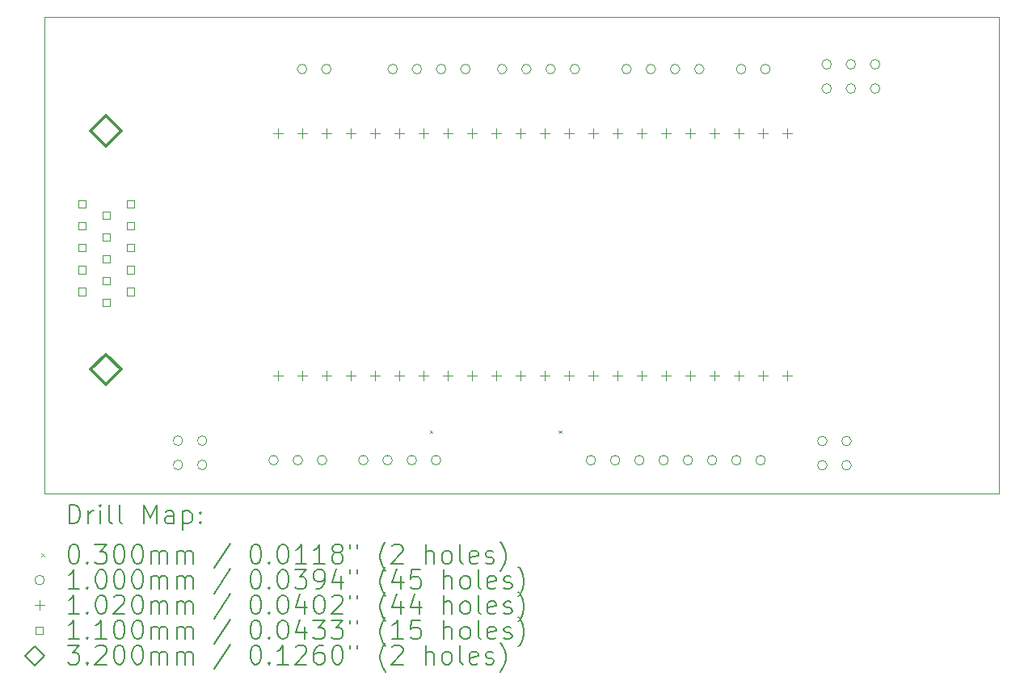
<source format=gbr>
%TF.GenerationSoftware,KiCad,Pcbnew,8.0.6*%
%TF.CreationDate,2025-01-21T08:23:09-05:00*%
%TF.ProjectId,vga_test,7667615f-7465-4737-942e-6b696361645f,rev?*%
%TF.SameCoordinates,Original*%
%TF.FileFunction,Drillmap*%
%TF.FilePolarity,Positive*%
%FSLAX45Y45*%
G04 Gerber Fmt 4.5, Leading zero omitted, Abs format (unit mm)*
G04 Created by KiCad (PCBNEW 8.0.6) date 2025-01-21 08:23:09*
%MOMM*%
%LPD*%
G01*
G04 APERTURE LIST*
%ADD10C,0.050000*%
%ADD11C,0.200000*%
%ADD12C,0.100000*%
%ADD13C,0.102000*%
%ADD14C,0.110000*%
%ADD15C,0.320000*%
G04 APERTURE END LIST*
D10*
X5000000Y-5000000D02*
X15000000Y-5000000D01*
X15000000Y-10000000D01*
X5000000Y-10000000D01*
X5000000Y-5000000D01*
D11*
D12*
X9035000Y-9335000D02*
X9065000Y-9365000D01*
X9065000Y-9335000D02*
X9035000Y-9365000D01*
X10385000Y-9335000D02*
X10415000Y-9365000D01*
X10415000Y-9335000D02*
X10385000Y-9365000D01*
X6446000Y-9446000D02*
G75*
G02*
X6346000Y-9446000I-50000J0D01*
G01*
X6346000Y-9446000D02*
G75*
G02*
X6446000Y-9446000I50000J0D01*
G01*
X6446000Y-9700000D02*
G75*
G02*
X6346000Y-9700000I-50000J0D01*
G01*
X6346000Y-9700000D02*
G75*
G02*
X6446000Y-9700000I50000J0D01*
G01*
X6700000Y-9446000D02*
G75*
G02*
X6600000Y-9446000I-50000J0D01*
G01*
X6600000Y-9446000D02*
G75*
G02*
X6700000Y-9446000I50000J0D01*
G01*
X6700000Y-9700000D02*
G75*
G02*
X6600000Y-9700000I-50000J0D01*
G01*
X6600000Y-9700000D02*
G75*
G02*
X6700000Y-9700000I50000J0D01*
G01*
X7447500Y-9650000D02*
G75*
G02*
X7347500Y-9650000I-50000J0D01*
G01*
X7347500Y-9650000D02*
G75*
G02*
X7447500Y-9650000I50000J0D01*
G01*
X7701500Y-9650000D02*
G75*
G02*
X7601500Y-9650000I-50000J0D01*
G01*
X7601500Y-9650000D02*
G75*
G02*
X7701500Y-9650000I50000J0D01*
G01*
X7746000Y-5550000D02*
G75*
G02*
X7646000Y-5550000I-50000J0D01*
G01*
X7646000Y-5550000D02*
G75*
G02*
X7746000Y-5550000I50000J0D01*
G01*
X7955500Y-9650000D02*
G75*
G02*
X7855500Y-9650000I-50000J0D01*
G01*
X7855500Y-9650000D02*
G75*
G02*
X7955500Y-9650000I50000J0D01*
G01*
X8000000Y-5550000D02*
G75*
G02*
X7900000Y-5550000I-50000J0D01*
G01*
X7900000Y-5550000D02*
G75*
G02*
X8000000Y-5550000I50000J0D01*
G01*
X8388000Y-9650000D02*
G75*
G02*
X8288000Y-9650000I-50000J0D01*
G01*
X8288000Y-9650000D02*
G75*
G02*
X8388000Y-9650000I50000J0D01*
G01*
X8642000Y-9650000D02*
G75*
G02*
X8542000Y-9650000I-50000J0D01*
G01*
X8542000Y-9650000D02*
G75*
G02*
X8642000Y-9650000I50000J0D01*
G01*
X8696000Y-5550000D02*
G75*
G02*
X8596000Y-5550000I-50000J0D01*
G01*
X8596000Y-5550000D02*
G75*
G02*
X8696000Y-5550000I50000J0D01*
G01*
X8896000Y-9650000D02*
G75*
G02*
X8796000Y-9650000I-50000J0D01*
G01*
X8796000Y-9650000D02*
G75*
G02*
X8896000Y-9650000I50000J0D01*
G01*
X8950000Y-5550000D02*
G75*
G02*
X8850000Y-5550000I-50000J0D01*
G01*
X8850000Y-5550000D02*
G75*
G02*
X8950000Y-5550000I50000J0D01*
G01*
X9150000Y-9650000D02*
G75*
G02*
X9050000Y-9650000I-50000J0D01*
G01*
X9050000Y-9650000D02*
G75*
G02*
X9150000Y-9650000I50000J0D01*
G01*
X9204000Y-5550000D02*
G75*
G02*
X9104000Y-5550000I-50000J0D01*
G01*
X9104000Y-5550000D02*
G75*
G02*
X9204000Y-5550000I50000J0D01*
G01*
X9458000Y-5550000D02*
G75*
G02*
X9358000Y-5550000I-50000J0D01*
G01*
X9358000Y-5550000D02*
G75*
G02*
X9458000Y-5550000I50000J0D01*
G01*
X9842000Y-5550000D02*
G75*
G02*
X9742000Y-5550000I-50000J0D01*
G01*
X9742000Y-5550000D02*
G75*
G02*
X9842000Y-5550000I50000J0D01*
G01*
X10096000Y-5550000D02*
G75*
G02*
X9996000Y-5550000I-50000J0D01*
G01*
X9996000Y-5550000D02*
G75*
G02*
X10096000Y-5550000I50000J0D01*
G01*
X10350000Y-5550000D02*
G75*
G02*
X10250000Y-5550000I-50000J0D01*
G01*
X10250000Y-5550000D02*
G75*
G02*
X10350000Y-5550000I50000J0D01*
G01*
X10604000Y-5550000D02*
G75*
G02*
X10504000Y-5550000I-50000J0D01*
G01*
X10504000Y-5550000D02*
G75*
G02*
X10604000Y-5550000I50000J0D01*
G01*
X10772000Y-9650000D02*
G75*
G02*
X10672000Y-9650000I-50000J0D01*
G01*
X10672000Y-9650000D02*
G75*
G02*
X10772000Y-9650000I50000J0D01*
G01*
X11026000Y-9650000D02*
G75*
G02*
X10926000Y-9650000I-50000J0D01*
G01*
X10926000Y-9650000D02*
G75*
G02*
X11026000Y-9650000I50000J0D01*
G01*
X11146000Y-5550000D02*
G75*
G02*
X11046000Y-5550000I-50000J0D01*
G01*
X11046000Y-5550000D02*
G75*
G02*
X11146000Y-5550000I50000J0D01*
G01*
X11280000Y-9650000D02*
G75*
G02*
X11180000Y-9650000I-50000J0D01*
G01*
X11180000Y-9650000D02*
G75*
G02*
X11280000Y-9650000I50000J0D01*
G01*
X11400000Y-5550000D02*
G75*
G02*
X11300000Y-5550000I-50000J0D01*
G01*
X11300000Y-5550000D02*
G75*
G02*
X11400000Y-5550000I50000J0D01*
G01*
X11534000Y-9650000D02*
G75*
G02*
X11434000Y-9650000I-50000J0D01*
G01*
X11434000Y-9650000D02*
G75*
G02*
X11534000Y-9650000I50000J0D01*
G01*
X11654000Y-5550000D02*
G75*
G02*
X11554000Y-5550000I-50000J0D01*
G01*
X11554000Y-5550000D02*
G75*
G02*
X11654000Y-5550000I50000J0D01*
G01*
X11788000Y-9650000D02*
G75*
G02*
X11688000Y-9650000I-50000J0D01*
G01*
X11688000Y-9650000D02*
G75*
G02*
X11788000Y-9650000I50000J0D01*
G01*
X11908000Y-5550000D02*
G75*
G02*
X11808000Y-5550000I-50000J0D01*
G01*
X11808000Y-5550000D02*
G75*
G02*
X11908000Y-5550000I50000J0D01*
G01*
X12042000Y-9650000D02*
G75*
G02*
X11942000Y-9650000I-50000J0D01*
G01*
X11942000Y-9650000D02*
G75*
G02*
X12042000Y-9650000I50000J0D01*
G01*
X12296000Y-9650000D02*
G75*
G02*
X12196000Y-9650000I-50000J0D01*
G01*
X12196000Y-9650000D02*
G75*
G02*
X12296000Y-9650000I50000J0D01*
G01*
X12346000Y-5550000D02*
G75*
G02*
X12246000Y-5550000I-50000J0D01*
G01*
X12246000Y-5550000D02*
G75*
G02*
X12346000Y-5550000I50000J0D01*
G01*
X12550000Y-9650000D02*
G75*
G02*
X12450000Y-9650000I-50000J0D01*
G01*
X12450000Y-9650000D02*
G75*
G02*
X12550000Y-9650000I50000J0D01*
G01*
X12600000Y-5550000D02*
G75*
G02*
X12500000Y-5550000I-50000J0D01*
G01*
X12500000Y-5550000D02*
G75*
G02*
X12600000Y-5550000I50000J0D01*
G01*
X13196000Y-9450000D02*
G75*
G02*
X13096000Y-9450000I-50000J0D01*
G01*
X13096000Y-9450000D02*
G75*
G02*
X13196000Y-9450000I50000J0D01*
G01*
X13196000Y-9704000D02*
G75*
G02*
X13096000Y-9704000I-50000J0D01*
G01*
X13096000Y-9704000D02*
G75*
G02*
X13196000Y-9704000I50000J0D01*
G01*
X13242000Y-5500000D02*
G75*
G02*
X13142000Y-5500000I-50000J0D01*
G01*
X13142000Y-5500000D02*
G75*
G02*
X13242000Y-5500000I50000J0D01*
G01*
X13242000Y-5754000D02*
G75*
G02*
X13142000Y-5754000I-50000J0D01*
G01*
X13142000Y-5754000D02*
G75*
G02*
X13242000Y-5754000I50000J0D01*
G01*
X13450000Y-9450000D02*
G75*
G02*
X13350000Y-9450000I-50000J0D01*
G01*
X13350000Y-9450000D02*
G75*
G02*
X13450000Y-9450000I50000J0D01*
G01*
X13450000Y-9704000D02*
G75*
G02*
X13350000Y-9704000I-50000J0D01*
G01*
X13350000Y-9704000D02*
G75*
G02*
X13450000Y-9704000I50000J0D01*
G01*
X13496000Y-5500000D02*
G75*
G02*
X13396000Y-5500000I-50000J0D01*
G01*
X13396000Y-5500000D02*
G75*
G02*
X13496000Y-5500000I50000J0D01*
G01*
X13496000Y-5754000D02*
G75*
G02*
X13396000Y-5754000I-50000J0D01*
G01*
X13396000Y-5754000D02*
G75*
G02*
X13496000Y-5754000I50000J0D01*
G01*
X13750000Y-5500000D02*
G75*
G02*
X13650000Y-5500000I-50000J0D01*
G01*
X13650000Y-5500000D02*
G75*
G02*
X13750000Y-5500000I50000J0D01*
G01*
X13750000Y-5754000D02*
G75*
G02*
X13650000Y-5754000I-50000J0D01*
G01*
X13650000Y-5754000D02*
G75*
G02*
X13750000Y-5754000I50000J0D01*
G01*
D13*
X7447000Y-6169000D02*
X7447000Y-6271000D01*
X7396000Y-6220000D02*
X7498000Y-6220000D01*
X7447000Y-8715000D02*
X7447000Y-8817000D01*
X7396000Y-8766000D02*
X7498000Y-8766000D01*
X7701000Y-6169000D02*
X7701000Y-6271000D01*
X7650000Y-6220000D02*
X7752000Y-6220000D01*
X7701000Y-8715000D02*
X7701000Y-8817000D01*
X7650000Y-8766000D02*
X7752000Y-8766000D01*
X7955000Y-6169000D02*
X7955000Y-6271000D01*
X7904000Y-6220000D02*
X8006000Y-6220000D01*
X7955000Y-8715000D02*
X7955000Y-8817000D01*
X7904000Y-8766000D02*
X8006000Y-8766000D01*
X8209000Y-6169000D02*
X8209000Y-6271000D01*
X8158000Y-6220000D02*
X8260000Y-6220000D01*
X8209000Y-8715000D02*
X8209000Y-8817000D01*
X8158000Y-8766000D02*
X8260000Y-8766000D01*
X8463000Y-6169000D02*
X8463000Y-6271000D01*
X8412000Y-6220000D02*
X8514000Y-6220000D01*
X8463000Y-8715000D02*
X8463000Y-8817000D01*
X8412000Y-8766000D02*
X8514000Y-8766000D01*
X8717000Y-6169000D02*
X8717000Y-6271000D01*
X8666000Y-6220000D02*
X8768000Y-6220000D01*
X8717000Y-8715000D02*
X8717000Y-8817000D01*
X8666000Y-8766000D02*
X8768000Y-8766000D01*
X8971000Y-6169000D02*
X8971000Y-6271000D01*
X8920000Y-6220000D02*
X9022000Y-6220000D01*
X8971000Y-8715000D02*
X8971000Y-8817000D01*
X8920000Y-8766000D02*
X9022000Y-8766000D01*
X9225000Y-6169000D02*
X9225000Y-6271000D01*
X9174000Y-6220000D02*
X9276000Y-6220000D01*
X9225000Y-8715000D02*
X9225000Y-8817000D01*
X9174000Y-8766000D02*
X9276000Y-8766000D01*
X9479000Y-6169000D02*
X9479000Y-6271000D01*
X9428000Y-6220000D02*
X9530000Y-6220000D01*
X9479000Y-8715000D02*
X9479000Y-8817000D01*
X9428000Y-8766000D02*
X9530000Y-8766000D01*
X9733000Y-6169000D02*
X9733000Y-6271000D01*
X9682000Y-6220000D02*
X9784000Y-6220000D01*
X9733000Y-8715000D02*
X9733000Y-8817000D01*
X9682000Y-8766000D02*
X9784000Y-8766000D01*
X9987000Y-6169000D02*
X9987000Y-6271000D01*
X9936000Y-6220000D02*
X10038000Y-6220000D01*
X9987000Y-8715000D02*
X9987000Y-8817000D01*
X9936000Y-8766000D02*
X10038000Y-8766000D01*
X10241000Y-6169000D02*
X10241000Y-6271000D01*
X10190000Y-6220000D02*
X10292000Y-6220000D01*
X10241000Y-8715000D02*
X10241000Y-8817000D01*
X10190000Y-8766000D02*
X10292000Y-8766000D01*
X10495000Y-6169000D02*
X10495000Y-6271000D01*
X10444000Y-6220000D02*
X10546000Y-6220000D01*
X10495000Y-8715000D02*
X10495000Y-8817000D01*
X10444000Y-8766000D02*
X10546000Y-8766000D01*
X10749000Y-6169000D02*
X10749000Y-6271000D01*
X10698000Y-6220000D02*
X10800000Y-6220000D01*
X10749000Y-8715000D02*
X10749000Y-8817000D01*
X10698000Y-8766000D02*
X10800000Y-8766000D01*
X11003000Y-6169000D02*
X11003000Y-6271000D01*
X10952000Y-6220000D02*
X11054000Y-6220000D01*
X11003000Y-8715000D02*
X11003000Y-8817000D01*
X10952000Y-8766000D02*
X11054000Y-8766000D01*
X11257000Y-6169000D02*
X11257000Y-6271000D01*
X11206000Y-6220000D02*
X11308000Y-6220000D01*
X11257000Y-8715000D02*
X11257000Y-8817000D01*
X11206000Y-8766000D02*
X11308000Y-8766000D01*
X11511000Y-6169000D02*
X11511000Y-6271000D01*
X11460000Y-6220000D02*
X11562000Y-6220000D01*
X11511000Y-8715000D02*
X11511000Y-8817000D01*
X11460000Y-8766000D02*
X11562000Y-8766000D01*
X11765000Y-6169000D02*
X11765000Y-6271000D01*
X11714000Y-6220000D02*
X11816000Y-6220000D01*
X11765000Y-8715000D02*
X11765000Y-8817000D01*
X11714000Y-8766000D02*
X11816000Y-8766000D01*
X12019000Y-6169000D02*
X12019000Y-6271000D01*
X11968000Y-6220000D02*
X12070000Y-6220000D01*
X12019000Y-8715000D02*
X12019000Y-8817000D01*
X11968000Y-8766000D02*
X12070000Y-8766000D01*
X12273000Y-6169000D02*
X12273000Y-6271000D01*
X12222000Y-6220000D02*
X12324000Y-6220000D01*
X12273000Y-8715000D02*
X12273000Y-8817000D01*
X12222000Y-8766000D02*
X12324000Y-8766000D01*
X12527000Y-6169000D02*
X12527000Y-6271000D01*
X12476000Y-6220000D02*
X12578000Y-6220000D01*
X12527000Y-8715000D02*
X12527000Y-8817000D01*
X12476000Y-8766000D02*
X12578000Y-8766000D01*
X12781000Y-6169000D02*
X12781000Y-6271000D01*
X12730000Y-6220000D02*
X12832000Y-6220000D01*
X12781000Y-8715000D02*
X12781000Y-8817000D01*
X12730000Y-8766000D02*
X12832000Y-8766000D01*
D14*
X5427891Y-7005391D02*
X5427891Y-6927609D01*
X5350109Y-6927609D01*
X5350109Y-7005391D01*
X5427891Y-7005391D01*
X5427891Y-7234391D02*
X5427891Y-7156609D01*
X5350109Y-7156609D01*
X5350109Y-7234391D01*
X5427891Y-7234391D01*
X5427891Y-7463391D02*
X5427891Y-7385609D01*
X5350109Y-7385609D01*
X5350109Y-7463391D01*
X5427891Y-7463391D01*
X5427891Y-7692391D02*
X5427891Y-7614609D01*
X5350109Y-7614609D01*
X5350109Y-7692391D01*
X5427891Y-7692391D01*
X5427891Y-7921391D02*
X5427891Y-7843609D01*
X5350109Y-7843609D01*
X5350109Y-7921391D01*
X5427891Y-7921391D01*
X5681891Y-7119891D02*
X5681891Y-7042109D01*
X5604109Y-7042109D01*
X5604109Y-7119891D01*
X5681891Y-7119891D01*
X5681891Y-7348891D02*
X5681891Y-7271109D01*
X5604109Y-7271109D01*
X5604109Y-7348891D01*
X5681891Y-7348891D01*
X5681891Y-7577891D02*
X5681891Y-7500109D01*
X5604109Y-7500109D01*
X5604109Y-7577891D01*
X5681891Y-7577891D01*
X5681891Y-7806891D02*
X5681891Y-7729109D01*
X5604109Y-7729109D01*
X5604109Y-7806891D01*
X5681891Y-7806891D01*
X5681891Y-8035891D02*
X5681891Y-7958109D01*
X5604109Y-7958109D01*
X5604109Y-8035891D01*
X5681891Y-8035891D01*
X5935891Y-7005391D02*
X5935891Y-6927609D01*
X5858109Y-6927609D01*
X5858109Y-7005391D01*
X5935891Y-7005391D01*
X5935891Y-7234391D02*
X5935891Y-7156609D01*
X5858109Y-7156609D01*
X5858109Y-7234391D01*
X5935891Y-7234391D01*
X5935891Y-7463391D02*
X5935891Y-7385609D01*
X5858109Y-7385609D01*
X5858109Y-7463391D01*
X5935891Y-7463391D01*
X5935891Y-7692391D02*
X5935891Y-7614609D01*
X5858109Y-7614609D01*
X5858109Y-7692391D01*
X5935891Y-7692391D01*
X5935891Y-7921391D02*
X5935891Y-7843609D01*
X5858109Y-7843609D01*
X5858109Y-7921391D01*
X5935891Y-7921391D01*
D15*
X5643000Y-6360000D02*
X5803000Y-6200000D01*
X5643000Y-6040000D01*
X5483000Y-6200000D01*
X5643000Y-6360000D01*
X5643000Y-8859000D02*
X5803000Y-8699000D01*
X5643000Y-8539000D01*
X5483000Y-8699000D01*
X5643000Y-8859000D01*
D11*
X5258277Y-10313984D02*
X5258277Y-10113984D01*
X5258277Y-10113984D02*
X5305896Y-10113984D01*
X5305896Y-10113984D02*
X5334467Y-10123508D01*
X5334467Y-10123508D02*
X5353515Y-10142555D01*
X5353515Y-10142555D02*
X5363039Y-10161603D01*
X5363039Y-10161603D02*
X5372563Y-10199698D01*
X5372563Y-10199698D02*
X5372563Y-10228270D01*
X5372563Y-10228270D02*
X5363039Y-10266365D01*
X5363039Y-10266365D02*
X5353515Y-10285412D01*
X5353515Y-10285412D02*
X5334467Y-10304460D01*
X5334467Y-10304460D02*
X5305896Y-10313984D01*
X5305896Y-10313984D02*
X5258277Y-10313984D01*
X5458277Y-10313984D02*
X5458277Y-10180650D01*
X5458277Y-10218746D02*
X5467801Y-10199698D01*
X5467801Y-10199698D02*
X5477324Y-10190174D01*
X5477324Y-10190174D02*
X5496372Y-10180650D01*
X5496372Y-10180650D02*
X5515420Y-10180650D01*
X5582086Y-10313984D02*
X5582086Y-10180650D01*
X5582086Y-10113984D02*
X5572563Y-10123508D01*
X5572563Y-10123508D02*
X5582086Y-10133031D01*
X5582086Y-10133031D02*
X5591610Y-10123508D01*
X5591610Y-10123508D02*
X5582086Y-10113984D01*
X5582086Y-10113984D02*
X5582086Y-10133031D01*
X5705896Y-10313984D02*
X5686848Y-10304460D01*
X5686848Y-10304460D02*
X5677324Y-10285412D01*
X5677324Y-10285412D02*
X5677324Y-10113984D01*
X5810658Y-10313984D02*
X5791610Y-10304460D01*
X5791610Y-10304460D02*
X5782086Y-10285412D01*
X5782086Y-10285412D02*
X5782086Y-10113984D01*
X6039229Y-10313984D02*
X6039229Y-10113984D01*
X6039229Y-10113984D02*
X6105896Y-10256841D01*
X6105896Y-10256841D02*
X6172562Y-10113984D01*
X6172562Y-10113984D02*
X6172562Y-10313984D01*
X6353515Y-10313984D02*
X6353515Y-10209222D01*
X6353515Y-10209222D02*
X6343991Y-10190174D01*
X6343991Y-10190174D02*
X6324943Y-10180650D01*
X6324943Y-10180650D02*
X6286848Y-10180650D01*
X6286848Y-10180650D02*
X6267801Y-10190174D01*
X6353515Y-10304460D02*
X6334467Y-10313984D01*
X6334467Y-10313984D02*
X6286848Y-10313984D01*
X6286848Y-10313984D02*
X6267801Y-10304460D01*
X6267801Y-10304460D02*
X6258277Y-10285412D01*
X6258277Y-10285412D02*
X6258277Y-10266365D01*
X6258277Y-10266365D02*
X6267801Y-10247317D01*
X6267801Y-10247317D02*
X6286848Y-10237793D01*
X6286848Y-10237793D02*
X6334467Y-10237793D01*
X6334467Y-10237793D02*
X6353515Y-10228270D01*
X6448753Y-10180650D02*
X6448753Y-10380650D01*
X6448753Y-10190174D02*
X6467801Y-10180650D01*
X6467801Y-10180650D02*
X6505896Y-10180650D01*
X6505896Y-10180650D02*
X6524943Y-10190174D01*
X6524943Y-10190174D02*
X6534467Y-10199698D01*
X6534467Y-10199698D02*
X6543991Y-10218746D01*
X6543991Y-10218746D02*
X6543991Y-10275889D01*
X6543991Y-10275889D02*
X6534467Y-10294936D01*
X6534467Y-10294936D02*
X6524943Y-10304460D01*
X6524943Y-10304460D02*
X6505896Y-10313984D01*
X6505896Y-10313984D02*
X6467801Y-10313984D01*
X6467801Y-10313984D02*
X6448753Y-10304460D01*
X6629705Y-10294936D02*
X6639229Y-10304460D01*
X6639229Y-10304460D02*
X6629705Y-10313984D01*
X6629705Y-10313984D02*
X6620182Y-10304460D01*
X6620182Y-10304460D02*
X6629705Y-10294936D01*
X6629705Y-10294936D02*
X6629705Y-10313984D01*
X6629705Y-10190174D02*
X6639229Y-10199698D01*
X6639229Y-10199698D02*
X6629705Y-10209222D01*
X6629705Y-10209222D02*
X6620182Y-10199698D01*
X6620182Y-10199698D02*
X6629705Y-10190174D01*
X6629705Y-10190174D02*
X6629705Y-10209222D01*
D12*
X4967500Y-10627500D02*
X4997500Y-10657500D01*
X4997500Y-10627500D02*
X4967500Y-10657500D01*
D11*
X5296372Y-10533984D02*
X5315420Y-10533984D01*
X5315420Y-10533984D02*
X5334467Y-10543508D01*
X5334467Y-10543508D02*
X5343991Y-10553031D01*
X5343991Y-10553031D02*
X5353515Y-10572079D01*
X5353515Y-10572079D02*
X5363039Y-10610174D01*
X5363039Y-10610174D02*
X5363039Y-10657793D01*
X5363039Y-10657793D02*
X5353515Y-10695889D01*
X5353515Y-10695889D02*
X5343991Y-10714936D01*
X5343991Y-10714936D02*
X5334467Y-10724460D01*
X5334467Y-10724460D02*
X5315420Y-10733984D01*
X5315420Y-10733984D02*
X5296372Y-10733984D01*
X5296372Y-10733984D02*
X5277324Y-10724460D01*
X5277324Y-10724460D02*
X5267801Y-10714936D01*
X5267801Y-10714936D02*
X5258277Y-10695889D01*
X5258277Y-10695889D02*
X5248753Y-10657793D01*
X5248753Y-10657793D02*
X5248753Y-10610174D01*
X5248753Y-10610174D02*
X5258277Y-10572079D01*
X5258277Y-10572079D02*
X5267801Y-10553031D01*
X5267801Y-10553031D02*
X5277324Y-10543508D01*
X5277324Y-10543508D02*
X5296372Y-10533984D01*
X5448753Y-10714936D02*
X5458277Y-10724460D01*
X5458277Y-10724460D02*
X5448753Y-10733984D01*
X5448753Y-10733984D02*
X5439229Y-10724460D01*
X5439229Y-10724460D02*
X5448753Y-10714936D01*
X5448753Y-10714936D02*
X5448753Y-10733984D01*
X5524944Y-10533984D02*
X5648753Y-10533984D01*
X5648753Y-10533984D02*
X5582086Y-10610174D01*
X5582086Y-10610174D02*
X5610658Y-10610174D01*
X5610658Y-10610174D02*
X5629705Y-10619698D01*
X5629705Y-10619698D02*
X5639229Y-10629222D01*
X5639229Y-10629222D02*
X5648753Y-10648270D01*
X5648753Y-10648270D02*
X5648753Y-10695889D01*
X5648753Y-10695889D02*
X5639229Y-10714936D01*
X5639229Y-10714936D02*
X5629705Y-10724460D01*
X5629705Y-10724460D02*
X5610658Y-10733984D01*
X5610658Y-10733984D02*
X5553515Y-10733984D01*
X5553515Y-10733984D02*
X5534467Y-10724460D01*
X5534467Y-10724460D02*
X5524944Y-10714936D01*
X5772562Y-10533984D02*
X5791610Y-10533984D01*
X5791610Y-10533984D02*
X5810658Y-10543508D01*
X5810658Y-10543508D02*
X5820182Y-10553031D01*
X5820182Y-10553031D02*
X5829705Y-10572079D01*
X5829705Y-10572079D02*
X5839229Y-10610174D01*
X5839229Y-10610174D02*
X5839229Y-10657793D01*
X5839229Y-10657793D02*
X5829705Y-10695889D01*
X5829705Y-10695889D02*
X5820182Y-10714936D01*
X5820182Y-10714936D02*
X5810658Y-10724460D01*
X5810658Y-10724460D02*
X5791610Y-10733984D01*
X5791610Y-10733984D02*
X5772562Y-10733984D01*
X5772562Y-10733984D02*
X5753515Y-10724460D01*
X5753515Y-10724460D02*
X5743991Y-10714936D01*
X5743991Y-10714936D02*
X5734467Y-10695889D01*
X5734467Y-10695889D02*
X5724943Y-10657793D01*
X5724943Y-10657793D02*
X5724943Y-10610174D01*
X5724943Y-10610174D02*
X5734467Y-10572079D01*
X5734467Y-10572079D02*
X5743991Y-10553031D01*
X5743991Y-10553031D02*
X5753515Y-10543508D01*
X5753515Y-10543508D02*
X5772562Y-10533984D01*
X5963039Y-10533984D02*
X5982086Y-10533984D01*
X5982086Y-10533984D02*
X6001134Y-10543508D01*
X6001134Y-10543508D02*
X6010658Y-10553031D01*
X6010658Y-10553031D02*
X6020182Y-10572079D01*
X6020182Y-10572079D02*
X6029705Y-10610174D01*
X6029705Y-10610174D02*
X6029705Y-10657793D01*
X6029705Y-10657793D02*
X6020182Y-10695889D01*
X6020182Y-10695889D02*
X6010658Y-10714936D01*
X6010658Y-10714936D02*
X6001134Y-10724460D01*
X6001134Y-10724460D02*
X5982086Y-10733984D01*
X5982086Y-10733984D02*
X5963039Y-10733984D01*
X5963039Y-10733984D02*
X5943991Y-10724460D01*
X5943991Y-10724460D02*
X5934467Y-10714936D01*
X5934467Y-10714936D02*
X5924943Y-10695889D01*
X5924943Y-10695889D02*
X5915420Y-10657793D01*
X5915420Y-10657793D02*
X5915420Y-10610174D01*
X5915420Y-10610174D02*
X5924943Y-10572079D01*
X5924943Y-10572079D02*
X5934467Y-10553031D01*
X5934467Y-10553031D02*
X5943991Y-10543508D01*
X5943991Y-10543508D02*
X5963039Y-10533984D01*
X6115420Y-10733984D02*
X6115420Y-10600650D01*
X6115420Y-10619698D02*
X6124943Y-10610174D01*
X6124943Y-10610174D02*
X6143991Y-10600650D01*
X6143991Y-10600650D02*
X6172563Y-10600650D01*
X6172563Y-10600650D02*
X6191610Y-10610174D01*
X6191610Y-10610174D02*
X6201134Y-10629222D01*
X6201134Y-10629222D02*
X6201134Y-10733984D01*
X6201134Y-10629222D02*
X6210658Y-10610174D01*
X6210658Y-10610174D02*
X6229705Y-10600650D01*
X6229705Y-10600650D02*
X6258277Y-10600650D01*
X6258277Y-10600650D02*
X6277324Y-10610174D01*
X6277324Y-10610174D02*
X6286848Y-10629222D01*
X6286848Y-10629222D02*
X6286848Y-10733984D01*
X6382086Y-10733984D02*
X6382086Y-10600650D01*
X6382086Y-10619698D02*
X6391610Y-10610174D01*
X6391610Y-10610174D02*
X6410658Y-10600650D01*
X6410658Y-10600650D02*
X6439229Y-10600650D01*
X6439229Y-10600650D02*
X6458277Y-10610174D01*
X6458277Y-10610174D02*
X6467801Y-10629222D01*
X6467801Y-10629222D02*
X6467801Y-10733984D01*
X6467801Y-10629222D02*
X6477324Y-10610174D01*
X6477324Y-10610174D02*
X6496372Y-10600650D01*
X6496372Y-10600650D02*
X6524943Y-10600650D01*
X6524943Y-10600650D02*
X6543991Y-10610174D01*
X6543991Y-10610174D02*
X6553515Y-10629222D01*
X6553515Y-10629222D02*
X6553515Y-10733984D01*
X6943991Y-10524460D02*
X6772563Y-10781603D01*
X7201134Y-10533984D02*
X7220182Y-10533984D01*
X7220182Y-10533984D02*
X7239229Y-10543508D01*
X7239229Y-10543508D02*
X7248753Y-10553031D01*
X7248753Y-10553031D02*
X7258277Y-10572079D01*
X7258277Y-10572079D02*
X7267801Y-10610174D01*
X7267801Y-10610174D02*
X7267801Y-10657793D01*
X7267801Y-10657793D02*
X7258277Y-10695889D01*
X7258277Y-10695889D02*
X7248753Y-10714936D01*
X7248753Y-10714936D02*
X7239229Y-10724460D01*
X7239229Y-10724460D02*
X7220182Y-10733984D01*
X7220182Y-10733984D02*
X7201134Y-10733984D01*
X7201134Y-10733984D02*
X7182086Y-10724460D01*
X7182086Y-10724460D02*
X7172563Y-10714936D01*
X7172563Y-10714936D02*
X7163039Y-10695889D01*
X7163039Y-10695889D02*
X7153515Y-10657793D01*
X7153515Y-10657793D02*
X7153515Y-10610174D01*
X7153515Y-10610174D02*
X7163039Y-10572079D01*
X7163039Y-10572079D02*
X7172563Y-10553031D01*
X7172563Y-10553031D02*
X7182086Y-10543508D01*
X7182086Y-10543508D02*
X7201134Y-10533984D01*
X7353515Y-10714936D02*
X7363039Y-10724460D01*
X7363039Y-10724460D02*
X7353515Y-10733984D01*
X7353515Y-10733984D02*
X7343991Y-10724460D01*
X7343991Y-10724460D02*
X7353515Y-10714936D01*
X7353515Y-10714936D02*
X7353515Y-10733984D01*
X7486848Y-10533984D02*
X7505896Y-10533984D01*
X7505896Y-10533984D02*
X7524944Y-10543508D01*
X7524944Y-10543508D02*
X7534467Y-10553031D01*
X7534467Y-10553031D02*
X7543991Y-10572079D01*
X7543991Y-10572079D02*
X7553515Y-10610174D01*
X7553515Y-10610174D02*
X7553515Y-10657793D01*
X7553515Y-10657793D02*
X7543991Y-10695889D01*
X7543991Y-10695889D02*
X7534467Y-10714936D01*
X7534467Y-10714936D02*
X7524944Y-10724460D01*
X7524944Y-10724460D02*
X7505896Y-10733984D01*
X7505896Y-10733984D02*
X7486848Y-10733984D01*
X7486848Y-10733984D02*
X7467801Y-10724460D01*
X7467801Y-10724460D02*
X7458277Y-10714936D01*
X7458277Y-10714936D02*
X7448753Y-10695889D01*
X7448753Y-10695889D02*
X7439229Y-10657793D01*
X7439229Y-10657793D02*
X7439229Y-10610174D01*
X7439229Y-10610174D02*
X7448753Y-10572079D01*
X7448753Y-10572079D02*
X7458277Y-10553031D01*
X7458277Y-10553031D02*
X7467801Y-10543508D01*
X7467801Y-10543508D02*
X7486848Y-10533984D01*
X7743991Y-10733984D02*
X7629706Y-10733984D01*
X7686848Y-10733984D02*
X7686848Y-10533984D01*
X7686848Y-10533984D02*
X7667801Y-10562555D01*
X7667801Y-10562555D02*
X7648753Y-10581603D01*
X7648753Y-10581603D02*
X7629706Y-10591127D01*
X7934467Y-10733984D02*
X7820182Y-10733984D01*
X7877325Y-10733984D02*
X7877325Y-10533984D01*
X7877325Y-10533984D02*
X7858277Y-10562555D01*
X7858277Y-10562555D02*
X7839229Y-10581603D01*
X7839229Y-10581603D02*
X7820182Y-10591127D01*
X8048753Y-10619698D02*
X8029706Y-10610174D01*
X8029706Y-10610174D02*
X8020182Y-10600650D01*
X8020182Y-10600650D02*
X8010658Y-10581603D01*
X8010658Y-10581603D02*
X8010658Y-10572079D01*
X8010658Y-10572079D02*
X8020182Y-10553031D01*
X8020182Y-10553031D02*
X8029706Y-10543508D01*
X8029706Y-10543508D02*
X8048753Y-10533984D01*
X8048753Y-10533984D02*
X8086848Y-10533984D01*
X8086848Y-10533984D02*
X8105896Y-10543508D01*
X8105896Y-10543508D02*
X8115420Y-10553031D01*
X8115420Y-10553031D02*
X8124944Y-10572079D01*
X8124944Y-10572079D02*
X8124944Y-10581603D01*
X8124944Y-10581603D02*
X8115420Y-10600650D01*
X8115420Y-10600650D02*
X8105896Y-10610174D01*
X8105896Y-10610174D02*
X8086848Y-10619698D01*
X8086848Y-10619698D02*
X8048753Y-10619698D01*
X8048753Y-10619698D02*
X8029706Y-10629222D01*
X8029706Y-10629222D02*
X8020182Y-10638746D01*
X8020182Y-10638746D02*
X8010658Y-10657793D01*
X8010658Y-10657793D02*
X8010658Y-10695889D01*
X8010658Y-10695889D02*
X8020182Y-10714936D01*
X8020182Y-10714936D02*
X8029706Y-10724460D01*
X8029706Y-10724460D02*
X8048753Y-10733984D01*
X8048753Y-10733984D02*
X8086848Y-10733984D01*
X8086848Y-10733984D02*
X8105896Y-10724460D01*
X8105896Y-10724460D02*
X8115420Y-10714936D01*
X8115420Y-10714936D02*
X8124944Y-10695889D01*
X8124944Y-10695889D02*
X8124944Y-10657793D01*
X8124944Y-10657793D02*
X8115420Y-10638746D01*
X8115420Y-10638746D02*
X8105896Y-10629222D01*
X8105896Y-10629222D02*
X8086848Y-10619698D01*
X8201134Y-10533984D02*
X8201134Y-10572079D01*
X8277325Y-10533984D02*
X8277325Y-10572079D01*
X8572563Y-10810174D02*
X8563039Y-10800650D01*
X8563039Y-10800650D02*
X8543991Y-10772079D01*
X8543991Y-10772079D02*
X8534468Y-10753031D01*
X8534468Y-10753031D02*
X8524944Y-10724460D01*
X8524944Y-10724460D02*
X8515420Y-10676841D01*
X8515420Y-10676841D02*
X8515420Y-10638746D01*
X8515420Y-10638746D02*
X8524944Y-10591127D01*
X8524944Y-10591127D02*
X8534468Y-10562555D01*
X8534468Y-10562555D02*
X8543991Y-10543508D01*
X8543991Y-10543508D02*
X8563039Y-10514936D01*
X8563039Y-10514936D02*
X8572563Y-10505412D01*
X8639230Y-10553031D02*
X8648753Y-10543508D01*
X8648753Y-10543508D02*
X8667801Y-10533984D01*
X8667801Y-10533984D02*
X8715420Y-10533984D01*
X8715420Y-10533984D02*
X8734468Y-10543508D01*
X8734468Y-10543508D02*
X8743991Y-10553031D01*
X8743991Y-10553031D02*
X8753515Y-10572079D01*
X8753515Y-10572079D02*
X8753515Y-10591127D01*
X8753515Y-10591127D02*
X8743991Y-10619698D01*
X8743991Y-10619698D02*
X8629706Y-10733984D01*
X8629706Y-10733984D02*
X8753515Y-10733984D01*
X8991611Y-10733984D02*
X8991611Y-10533984D01*
X9077325Y-10733984D02*
X9077325Y-10629222D01*
X9077325Y-10629222D02*
X9067801Y-10610174D01*
X9067801Y-10610174D02*
X9048753Y-10600650D01*
X9048753Y-10600650D02*
X9020182Y-10600650D01*
X9020182Y-10600650D02*
X9001134Y-10610174D01*
X9001134Y-10610174D02*
X8991611Y-10619698D01*
X9201134Y-10733984D02*
X9182087Y-10724460D01*
X9182087Y-10724460D02*
X9172563Y-10714936D01*
X9172563Y-10714936D02*
X9163039Y-10695889D01*
X9163039Y-10695889D02*
X9163039Y-10638746D01*
X9163039Y-10638746D02*
X9172563Y-10619698D01*
X9172563Y-10619698D02*
X9182087Y-10610174D01*
X9182087Y-10610174D02*
X9201134Y-10600650D01*
X9201134Y-10600650D02*
X9229706Y-10600650D01*
X9229706Y-10600650D02*
X9248753Y-10610174D01*
X9248753Y-10610174D02*
X9258277Y-10619698D01*
X9258277Y-10619698D02*
X9267801Y-10638746D01*
X9267801Y-10638746D02*
X9267801Y-10695889D01*
X9267801Y-10695889D02*
X9258277Y-10714936D01*
X9258277Y-10714936D02*
X9248753Y-10724460D01*
X9248753Y-10724460D02*
X9229706Y-10733984D01*
X9229706Y-10733984D02*
X9201134Y-10733984D01*
X9382087Y-10733984D02*
X9363039Y-10724460D01*
X9363039Y-10724460D02*
X9353515Y-10705412D01*
X9353515Y-10705412D02*
X9353515Y-10533984D01*
X9534468Y-10724460D02*
X9515420Y-10733984D01*
X9515420Y-10733984D02*
X9477325Y-10733984D01*
X9477325Y-10733984D02*
X9458277Y-10724460D01*
X9458277Y-10724460D02*
X9448753Y-10705412D01*
X9448753Y-10705412D02*
X9448753Y-10629222D01*
X9448753Y-10629222D02*
X9458277Y-10610174D01*
X9458277Y-10610174D02*
X9477325Y-10600650D01*
X9477325Y-10600650D02*
X9515420Y-10600650D01*
X9515420Y-10600650D02*
X9534468Y-10610174D01*
X9534468Y-10610174D02*
X9543992Y-10629222D01*
X9543992Y-10629222D02*
X9543992Y-10648270D01*
X9543992Y-10648270D02*
X9448753Y-10667317D01*
X9620182Y-10724460D02*
X9639230Y-10733984D01*
X9639230Y-10733984D02*
X9677325Y-10733984D01*
X9677325Y-10733984D02*
X9696373Y-10724460D01*
X9696373Y-10724460D02*
X9705896Y-10705412D01*
X9705896Y-10705412D02*
X9705896Y-10695889D01*
X9705896Y-10695889D02*
X9696373Y-10676841D01*
X9696373Y-10676841D02*
X9677325Y-10667317D01*
X9677325Y-10667317D02*
X9648753Y-10667317D01*
X9648753Y-10667317D02*
X9629706Y-10657793D01*
X9629706Y-10657793D02*
X9620182Y-10638746D01*
X9620182Y-10638746D02*
X9620182Y-10629222D01*
X9620182Y-10629222D02*
X9629706Y-10610174D01*
X9629706Y-10610174D02*
X9648753Y-10600650D01*
X9648753Y-10600650D02*
X9677325Y-10600650D01*
X9677325Y-10600650D02*
X9696373Y-10610174D01*
X9772563Y-10810174D02*
X9782087Y-10800650D01*
X9782087Y-10800650D02*
X9801134Y-10772079D01*
X9801134Y-10772079D02*
X9810658Y-10753031D01*
X9810658Y-10753031D02*
X9820182Y-10724460D01*
X9820182Y-10724460D02*
X9829706Y-10676841D01*
X9829706Y-10676841D02*
X9829706Y-10638746D01*
X9829706Y-10638746D02*
X9820182Y-10591127D01*
X9820182Y-10591127D02*
X9810658Y-10562555D01*
X9810658Y-10562555D02*
X9801134Y-10543508D01*
X9801134Y-10543508D02*
X9782087Y-10514936D01*
X9782087Y-10514936D02*
X9772563Y-10505412D01*
D12*
X4997500Y-10906500D02*
G75*
G02*
X4897500Y-10906500I-50000J0D01*
G01*
X4897500Y-10906500D02*
G75*
G02*
X4997500Y-10906500I50000J0D01*
G01*
D11*
X5363039Y-10997984D02*
X5248753Y-10997984D01*
X5305896Y-10997984D02*
X5305896Y-10797984D01*
X5305896Y-10797984D02*
X5286848Y-10826555D01*
X5286848Y-10826555D02*
X5267801Y-10845603D01*
X5267801Y-10845603D02*
X5248753Y-10855127D01*
X5448753Y-10978936D02*
X5458277Y-10988460D01*
X5458277Y-10988460D02*
X5448753Y-10997984D01*
X5448753Y-10997984D02*
X5439229Y-10988460D01*
X5439229Y-10988460D02*
X5448753Y-10978936D01*
X5448753Y-10978936D02*
X5448753Y-10997984D01*
X5582086Y-10797984D02*
X5601134Y-10797984D01*
X5601134Y-10797984D02*
X5620182Y-10807508D01*
X5620182Y-10807508D02*
X5629705Y-10817031D01*
X5629705Y-10817031D02*
X5639229Y-10836079D01*
X5639229Y-10836079D02*
X5648753Y-10874174D01*
X5648753Y-10874174D02*
X5648753Y-10921793D01*
X5648753Y-10921793D02*
X5639229Y-10959889D01*
X5639229Y-10959889D02*
X5629705Y-10978936D01*
X5629705Y-10978936D02*
X5620182Y-10988460D01*
X5620182Y-10988460D02*
X5601134Y-10997984D01*
X5601134Y-10997984D02*
X5582086Y-10997984D01*
X5582086Y-10997984D02*
X5563039Y-10988460D01*
X5563039Y-10988460D02*
X5553515Y-10978936D01*
X5553515Y-10978936D02*
X5543991Y-10959889D01*
X5543991Y-10959889D02*
X5534467Y-10921793D01*
X5534467Y-10921793D02*
X5534467Y-10874174D01*
X5534467Y-10874174D02*
X5543991Y-10836079D01*
X5543991Y-10836079D02*
X5553515Y-10817031D01*
X5553515Y-10817031D02*
X5563039Y-10807508D01*
X5563039Y-10807508D02*
X5582086Y-10797984D01*
X5772562Y-10797984D02*
X5791610Y-10797984D01*
X5791610Y-10797984D02*
X5810658Y-10807508D01*
X5810658Y-10807508D02*
X5820182Y-10817031D01*
X5820182Y-10817031D02*
X5829705Y-10836079D01*
X5829705Y-10836079D02*
X5839229Y-10874174D01*
X5839229Y-10874174D02*
X5839229Y-10921793D01*
X5839229Y-10921793D02*
X5829705Y-10959889D01*
X5829705Y-10959889D02*
X5820182Y-10978936D01*
X5820182Y-10978936D02*
X5810658Y-10988460D01*
X5810658Y-10988460D02*
X5791610Y-10997984D01*
X5791610Y-10997984D02*
X5772562Y-10997984D01*
X5772562Y-10997984D02*
X5753515Y-10988460D01*
X5753515Y-10988460D02*
X5743991Y-10978936D01*
X5743991Y-10978936D02*
X5734467Y-10959889D01*
X5734467Y-10959889D02*
X5724943Y-10921793D01*
X5724943Y-10921793D02*
X5724943Y-10874174D01*
X5724943Y-10874174D02*
X5734467Y-10836079D01*
X5734467Y-10836079D02*
X5743991Y-10817031D01*
X5743991Y-10817031D02*
X5753515Y-10807508D01*
X5753515Y-10807508D02*
X5772562Y-10797984D01*
X5963039Y-10797984D02*
X5982086Y-10797984D01*
X5982086Y-10797984D02*
X6001134Y-10807508D01*
X6001134Y-10807508D02*
X6010658Y-10817031D01*
X6010658Y-10817031D02*
X6020182Y-10836079D01*
X6020182Y-10836079D02*
X6029705Y-10874174D01*
X6029705Y-10874174D02*
X6029705Y-10921793D01*
X6029705Y-10921793D02*
X6020182Y-10959889D01*
X6020182Y-10959889D02*
X6010658Y-10978936D01*
X6010658Y-10978936D02*
X6001134Y-10988460D01*
X6001134Y-10988460D02*
X5982086Y-10997984D01*
X5982086Y-10997984D02*
X5963039Y-10997984D01*
X5963039Y-10997984D02*
X5943991Y-10988460D01*
X5943991Y-10988460D02*
X5934467Y-10978936D01*
X5934467Y-10978936D02*
X5924943Y-10959889D01*
X5924943Y-10959889D02*
X5915420Y-10921793D01*
X5915420Y-10921793D02*
X5915420Y-10874174D01*
X5915420Y-10874174D02*
X5924943Y-10836079D01*
X5924943Y-10836079D02*
X5934467Y-10817031D01*
X5934467Y-10817031D02*
X5943991Y-10807508D01*
X5943991Y-10807508D02*
X5963039Y-10797984D01*
X6115420Y-10997984D02*
X6115420Y-10864650D01*
X6115420Y-10883698D02*
X6124943Y-10874174D01*
X6124943Y-10874174D02*
X6143991Y-10864650D01*
X6143991Y-10864650D02*
X6172563Y-10864650D01*
X6172563Y-10864650D02*
X6191610Y-10874174D01*
X6191610Y-10874174D02*
X6201134Y-10893222D01*
X6201134Y-10893222D02*
X6201134Y-10997984D01*
X6201134Y-10893222D02*
X6210658Y-10874174D01*
X6210658Y-10874174D02*
X6229705Y-10864650D01*
X6229705Y-10864650D02*
X6258277Y-10864650D01*
X6258277Y-10864650D02*
X6277324Y-10874174D01*
X6277324Y-10874174D02*
X6286848Y-10893222D01*
X6286848Y-10893222D02*
X6286848Y-10997984D01*
X6382086Y-10997984D02*
X6382086Y-10864650D01*
X6382086Y-10883698D02*
X6391610Y-10874174D01*
X6391610Y-10874174D02*
X6410658Y-10864650D01*
X6410658Y-10864650D02*
X6439229Y-10864650D01*
X6439229Y-10864650D02*
X6458277Y-10874174D01*
X6458277Y-10874174D02*
X6467801Y-10893222D01*
X6467801Y-10893222D02*
X6467801Y-10997984D01*
X6467801Y-10893222D02*
X6477324Y-10874174D01*
X6477324Y-10874174D02*
X6496372Y-10864650D01*
X6496372Y-10864650D02*
X6524943Y-10864650D01*
X6524943Y-10864650D02*
X6543991Y-10874174D01*
X6543991Y-10874174D02*
X6553515Y-10893222D01*
X6553515Y-10893222D02*
X6553515Y-10997984D01*
X6943991Y-10788460D02*
X6772563Y-11045603D01*
X7201134Y-10797984D02*
X7220182Y-10797984D01*
X7220182Y-10797984D02*
X7239229Y-10807508D01*
X7239229Y-10807508D02*
X7248753Y-10817031D01*
X7248753Y-10817031D02*
X7258277Y-10836079D01*
X7258277Y-10836079D02*
X7267801Y-10874174D01*
X7267801Y-10874174D02*
X7267801Y-10921793D01*
X7267801Y-10921793D02*
X7258277Y-10959889D01*
X7258277Y-10959889D02*
X7248753Y-10978936D01*
X7248753Y-10978936D02*
X7239229Y-10988460D01*
X7239229Y-10988460D02*
X7220182Y-10997984D01*
X7220182Y-10997984D02*
X7201134Y-10997984D01*
X7201134Y-10997984D02*
X7182086Y-10988460D01*
X7182086Y-10988460D02*
X7172563Y-10978936D01*
X7172563Y-10978936D02*
X7163039Y-10959889D01*
X7163039Y-10959889D02*
X7153515Y-10921793D01*
X7153515Y-10921793D02*
X7153515Y-10874174D01*
X7153515Y-10874174D02*
X7163039Y-10836079D01*
X7163039Y-10836079D02*
X7172563Y-10817031D01*
X7172563Y-10817031D02*
X7182086Y-10807508D01*
X7182086Y-10807508D02*
X7201134Y-10797984D01*
X7353515Y-10978936D02*
X7363039Y-10988460D01*
X7363039Y-10988460D02*
X7353515Y-10997984D01*
X7353515Y-10997984D02*
X7343991Y-10988460D01*
X7343991Y-10988460D02*
X7353515Y-10978936D01*
X7353515Y-10978936D02*
X7353515Y-10997984D01*
X7486848Y-10797984D02*
X7505896Y-10797984D01*
X7505896Y-10797984D02*
X7524944Y-10807508D01*
X7524944Y-10807508D02*
X7534467Y-10817031D01*
X7534467Y-10817031D02*
X7543991Y-10836079D01*
X7543991Y-10836079D02*
X7553515Y-10874174D01*
X7553515Y-10874174D02*
X7553515Y-10921793D01*
X7553515Y-10921793D02*
X7543991Y-10959889D01*
X7543991Y-10959889D02*
X7534467Y-10978936D01*
X7534467Y-10978936D02*
X7524944Y-10988460D01*
X7524944Y-10988460D02*
X7505896Y-10997984D01*
X7505896Y-10997984D02*
X7486848Y-10997984D01*
X7486848Y-10997984D02*
X7467801Y-10988460D01*
X7467801Y-10988460D02*
X7458277Y-10978936D01*
X7458277Y-10978936D02*
X7448753Y-10959889D01*
X7448753Y-10959889D02*
X7439229Y-10921793D01*
X7439229Y-10921793D02*
X7439229Y-10874174D01*
X7439229Y-10874174D02*
X7448753Y-10836079D01*
X7448753Y-10836079D02*
X7458277Y-10817031D01*
X7458277Y-10817031D02*
X7467801Y-10807508D01*
X7467801Y-10807508D02*
X7486848Y-10797984D01*
X7620182Y-10797984D02*
X7743991Y-10797984D01*
X7743991Y-10797984D02*
X7677325Y-10874174D01*
X7677325Y-10874174D02*
X7705896Y-10874174D01*
X7705896Y-10874174D02*
X7724944Y-10883698D01*
X7724944Y-10883698D02*
X7734467Y-10893222D01*
X7734467Y-10893222D02*
X7743991Y-10912270D01*
X7743991Y-10912270D02*
X7743991Y-10959889D01*
X7743991Y-10959889D02*
X7734467Y-10978936D01*
X7734467Y-10978936D02*
X7724944Y-10988460D01*
X7724944Y-10988460D02*
X7705896Y-10997984D01*
X7705896Y-10997984D02*
X7648753Y-10997984D01*
X7648753Y-10997984D02*
X7629706Y-10988460D01*
X7629706Y-10988460D02*
X7620182Y-10978936D01*
X7839229Y-10997984D02*
X7877325Y-10997984D01*
X7877325Y-10997984D02*
X7896372Y-10988460D01*
X7896372Y-10988460D02*
X7905896Y-10978936D01*
X7905896Y-10978936D02*
X7924944Y-10950365D01*
X7924944Y-10950365D02*
X7934467Y-10912270D01*
X7934467Y-10912270D02*
X7934467Y-10836079D01*
X7934467Y-10836079D02*
X7924944Y-10817031D01*
X7924944Y-10817031D02*
X7915420Y-10807508D01*
X7915420Y-10807508D02*
X7896372Y-10797984D01*
X7896372Y-10797984D02*
X7858277Y-10797984D01*
X7858277Y-10797984D02*
X7839229Y-10807508D01*
X7839229Y-10807508D02*
X7829706Y-10817031D01*
X7829706Y-10817031D02*
X7820182Y-10836079D01*
X7820182Y-10836079D02*
X7820182Y-10883698D01*
X7820182Y-10883698D02*
X7829706Y-10902746D01*
X7829706Y-10902746D02*
X7839229Y-10912270D01*
X7839229Y-10912270D02*
X7858277Y-10921793D01*
X7858277Y-10921793D02*
X7896372Y-10921793D01*
X7896372Y-10921793D02*
X7915420Y-10912270D01*
X7915420Y-10912270D02*
X7924944Y-10902746D01*
X7924944Y-10902746D02*
X7934467Y-10883698D01*
X8105896Y-10864650D02*
X8105896Y-10997984D01*
X8058277Y-10788460D02*
X8010658Y-10931317D01*
X8010658Y-10931317D02*
X8134467Y-10931317D01*
X8201134Y-10797984D02*
X8201134Y-10836079D01*
X8277325Y-10797984D02*
X8277325Y-10836079D01*
X8572563Y-11074174D02*
X8563039Y-11064650D01*
X8563039Y-11064650D02*
X8543991Y-11036079D01*
X8543991Y-11036079D02*
X8534468Y-11017031D01*
X8534468Y-11017031D02*
X8524944Y-10988460D01*
X8524944Y-10988460D02*
X8515420Y-10940841D01*
X8515420Y-10940841D02*
X8515420Y-10902746D01*
X8515420Y-10902746D02*
X8524944Y-10855127D01*
X8524944Y-10855127D02*
X8534468Y-10826555D01*
X8534468Y-10826555D02*
X8543991Y-10807508D01*
X8543991Y-10807508D02*
X8563039Y-10778936D01*
X8563039Y-10778936D02*
X8572563Y-10769412D01*
X8734468Y-10864650D02*
X8734468Y-10997984D01*
X8686849Y-10788460D02*
X8639230Y-10931317D01*
X8639230Y-10931317D02*
X8763039Y-10931317D01*
X8934468Y-10797984D02*
X8839230Y-10797984D01*
X8839230Y-10797984D02*
X8829706Y-10893222D01*
X8829706Y-10893222D02*
X8839230Y-10883698D01*
X8839230Y-10883698D02*
X8858277Y-10874174D01*
X8858277Y-10874174D02*
X8905896Y-10874174D01*
X8905896Y-10874174D02*
X8924944Y-10883698D01*
X8924944Y-10883698D02*
X8934468Y-10893222D01*
X8934468Y-10893222D02*
X8943991Y-10912270D01*
X8943991Y-10912270D02*
X8943991Y-10959889D01*
X8943991Y-10959889D02*
X8934468Y-10978936D01*
X8934468Y-10978936D02*
X8924944Y-10988460D01*
X8924944Y-10988460D02*
X8905896Y-10997984D01*
X8905896Y-10997984D02*
X8858277Y-10997984D01*
X8858277Y-10997984D02*
X8839230Y-10988460D01*
X8839230Y-10988460D02*
X8829706Y-10978936D01*
X9182087Y-10997984D02*
X9182087Y-10797984D01*
X9267801Y-10997984D02*
X9267801Y-10893222D01*
X9267801Y-10893222D02*
X9258277Y-10874174D01*
X9258277Y-10874174D02*
X9239230Y-10864650D01*
X9239230Y-10864650D02*
X9210658Y-10864650D01*
X9210658Y-10864650D02*
X9191611Y-10874174D01*
X9191611Y-10874174D02*
X9182087Y-10883698D01*
X9391611Y-10997984D02*
X9372563Y-10988460D01*
X9372563Y-10988460D02*
X9363039Y-10978936D01*
X9363039Y-10978936D02*
X9353515Y-10959889D01*
X9353515Y-10959889D02*
X9353515Y-10902746D01*
X9353515Y-10902746D02*
X9363039Y-10883698D01*
X9363039Y-10883698D02*
X9372563Y-10874174D01*
X9372563Y-10874174D02*
X9391611Y-10864650D01*
X9391611Y-10864650D02*
X9420182Y-10864650D01*
X9420182Y-10864650D02*
X9439230Y-10874174D01*
X9439230Y-10874174D02*
X9448753Y-10883698D01*
X9448753Y-10883698D02*
X9458277Y-10902746D01*
X9458277Y-10902746D02*
X9458277Y-10959889D01*
X9458277Y-10959889D02*
X9448753Y-10978936D01*
X9448753Y-10978936D02*
X9439230Y-10988460D01*
X9439230Y-10988460D02*
X9420182Y-10997984D01*
X9420182Y-10997984D02*
X9391611Y-10997984D01*
X9572563Y-10997984D02*
X9553515Y-10988460D01*
X9553515Y-10988460D02*
X9543992Y-10969412D01*
X9543992Y-10969412D02*
X9543992Y-10797984D01*
X9724944Y-10988460D02*
X9705896Y-10997984D01*
X9705896Y-10997984D02*
X9667801Y-10997984D01*
X9667801Y-10997984D02*
X9648753Y-10988460D01*
X9648753Y-10988460D02*
X9639230Y-10969412D01*
X9639230Y-10969412D02*
X9639230Y-10893222D01*
X9639230Y-10893222D02*
X9648753Y-10874174D01*
X9648753Y-10874174D02*
X9667801Y-10864650D01*
X9667801Y-10864650D02*
X9705896Y-10864650D01*
X9705896Y-10864650D02*
X9724944Y-10874174D01*
X9724944Y-10874174D02*
X9734468Y-10893222D01*
X9734468Y-10893222D02*
X9734468Y-10912270D01*
X9734468Y-10912270D02*
X9639230Y-10931317D01*
X9810658Y-10988460D02*
X9829706Y-10997984D01*
X9829706Y-10997984D02*
X9867801Y-10997984D01*
X9867801Y-10997984D02*
X9886849Y-10988460D01*
X9886849Y-10988460D02*
X9896373Y-10969412D01*
X9896373Y-10969412D02*
X9896373Y-10959889D01*
X9896373Y-10959889D02*
X9886849Y-10940841D01*
X9886849Y-10940841D02*
X9867801Y-10931317D01*
X9867801Y-10931317D02*
X9839230Y-10931317D01*
X9839230Y-10931317D02*
X9820182Y-10921793D01*
X9820182Y-10921793D02*
X9810658Y-10902746D01*
X9810658Y-10902746D02*
X9810658Y-10893222D01*
X9810658Y-10893222D02*
X9820182Y-10874174D01*
X9820182Y-10874174D02*
X9839230Y-10864650D01*
X9839230Y-10864650D02*
X9867801Y-10864650D01*
X9867801Y-10864650D02*
X9886849Y-10874174D01*
X9963039Y-11074174D02*
X9972563Y-11064650D01*
X9972563Y-11064650D02*
X9991611Y-11036079D01*
X9991611Y-11036079D02*
X10001134Y-11017031D01*
X10001134Y-11017031D02*
X10010658Y-10988460D01*
X10010658Y-10988460D02*
X10020182Y-10940841D01*
X10020182Y-10940841D02*
X10020182Y-10902746D01*
X10020182Y-10902746D02*
X10010658Y-10855127D01*
X10010658Y-10855127D02*
X10001134Y-10826555D01*
X10001134Y-10826555D02*
X9991611Y-10807508D01*
X9991611Y-10807508D02*
X9972563Y-10778936D01*
X9972563Y-10778936D02*
X9963039Y-10769412D01*
D13*
X4946500Y-11119500D02*
X4946500Y-11221500D01*
X4895500Y-11170500D02*
X4997500Y-11170500D01*
D11*
X5363039Y-11261984D02*
X5248753Y-11261984D01*
X5305896Y-11261984D02*
X5305896Y-11061984D01*
X5305896Y-11061984D02*
X5286848Y-11090555D01*
X5286848Y-11090555D02*
X5267801Y-11109603D01*
X5267801Y-11109603D02*
X5248753Y-11119127D01*
X5448753Y-11242936D02*
X5458277Y-11252460D01*
X5458277Y-11252460D02*
X5448753Y-11261984D01*
X5448753Y-11261984D02*
X5439229Y-11252460D01*
X5439229Y-11252460D02*
X5448753Y-11242936D01*
X5448753Y-11242936D02*
X5448753Y-11261984D01*
X5582086Y-11061984D02*
X5601134Y-11061984D01*
X5601134Y-11061984D02*
X5620182Y-11071508D01*
X5620182Y-11071508D02*
X5629705Y-11081031D01*
X5629705Y-11081031D02*
X5639229Y-11100079D01*
X5639229Y-11100079D02*
X5648753Y-11138174D01*
X5648753Y-11138174D02*
X5648753Y-11185793D01*
X5648753Y-11185793D02*
X5639229Y-11223888D01*
X5639229Y-11223888D02*
X5629705Y-11242936D01*
X5629705Y-11242936D02*
X5620182Y-11252460D01*
X5620182Y-11252460D02*
X5601134Y-11261984D01*
X5601134Y-11261984D02*
X5582086Y-11261984D01*
X5582086Y-11261984D02*
X5563039Y-11252460D01*
X5563039Y-11252460D02*
X5553515Y-11242936D01*
X5553515Y-11242936D02*
X5543991Y-11223888D01*
X5543991Y-11223888D02*
X5534467Y-11185793D01*
X5534467Y-11185793D02*
X5534467Y-11138174D01*
X5534467Y-11138174D02*
X5543991Y-11100079D01*
X5543991Y-11100079D02*
X5553515Y-11081031D01*
X5553515Y-11081031D02*
X5563039Y-11071508D01*
X5563039Y-11071508D02*
X5582086Y-11061984D01*
X5724943Y-11081031D02*
X5734467Y-11071508D01*
X5734467Y-11071508D02*
X5753515Y-11061984D01*
X5753515Y-11061984D02*
X5801134Y-11061984D01*
X5801134Y-11061984D02*
X5820182Y-11071508D01*
X5820182Y-11071508D02*
X5829705Y-11081031D01*
X5829705Y-11081031D02*
X5839229Y-11100079D01*
X5839229Y-11100079D02*
X5839229Y-11119127D01*
X5839229Y-11119127D02*
X5829705Y-11147698D01*
X5829705Y-11147698D02*
X5715420Y-11261984D01*
X5715420Y-11261984D02*
X5839229Y-11261984D01*
X5963039Y-11061984D02*
X5982086Y-11061984D01*
X5982086Y-11061984D02*
X6001134Y-11071508D01*
X6001134Y-11071508D02*
X6010658Y-11081031D01*
X6010658Y-11081031D02*
X6020182Y-11100079D01*
X6020182Y-11100079D02*
X6029705Y-11138174D01*
X6029705Y-11138174D02*
X6029705Y-11185793D01*
X6029705Y-11185793D02*
X6020182Y-11223888D01*
X6020182Y-11223888D02*
X6010658Y-11242936D01*
X6010658Y-11242936D02*
X6001134Y-11252460D01*
X6001134Y-11252460D02*
X5982086Y-11261984D01*
X5982086Y-11261984D02*
X5963039Y-11261984D01*
X5963039Y-11261984D02*
X5943991Y-11252460D01*
X5943991Y-11252460D02*
X5934467Y-11242936D01*
X5934467Y-11242936D02*
X5924943Y-11223888D01*
X5924943Y-11223888D02*
X5915420Y-11185793D01*
X5915420Y-11185793D02*
X5915420Y-11138174D01*
X5915420Y-11138174D02*
X5924943Y-11100079D01*
X5924943Y-11100079D02*
X5934467Y-11081031D01*
X5934467Y-11081031D02*
X5943991Y-11071508D01*
X5943991Y-11071508D02*
X5963039Y-11061984D01*
X6115420Y-11261984D02*
X6115420Y-11128650D01*
X6115420Y-11147698D02*
X6124943Y-11138174D01*
X6124943Y-11138174D02*
X6143991Y-11128650D01*
X6143991Y-11128650D02*
X6172563Y-11128650D01*
X6172563Y-11128650D02*
X6191610Y-11138174D01*
X6191610Y-11138174D02*
X6201134Y-11157222D01*
X6201134Y-11157222D02*
X6201134Y-11261984D01*
X6201134Y-11157222D02*
X6210658Y-11138174D01*
X6210658Y-11138174D02*
X6229705Y-11128650D01*
X6229705Y-11128650D02*
X6258277Y-11128650D01*
X6258277Y-11128650D02*
X6277324Y-11138174D01*
X6277324Y-11138174D02*
X6286848Y-11157222D01*
X6286848Y-11157222D02*
X6286848Y-11261984D01*
X6382086Y-11261984D02*
X6382086Y-11128650D01*
X6382086Y-11147698D02*
X6391610Y-11138174D01*
X6391610Y-11138174D02*
X6410658Y-11128650D01*
X6410658Y-11128650D02*
X6439229Y-11128650D01*
X6439229Y-11128650D02*
X6458277Y-11138174D01*
X6458277Y-11138174D02*
X6467801Y-11157222D01*
X6467801Y-11157222D02*
X6467801Y-11261984D01*
X6467801Y-11157222D02*
X6477324Y-11138174D01*
X6477324Y-11138174D02*
X6496372Y-11128650D01*
X6496372Y-11128650D02*
X6524943Y-11128650D01*
X6524943Y-11128650D02*
X6543991Y-11138174D01*
X6543991Y-11138174D02*
X6553515Y-11157222D01*
X6553515Y-11157222D02*
X6553515Y-11261984D01*
X6943991Y-11052460D02*
X6772563Y-11309603D01*
X7201134Y-11061984D02*
X7220182Y-11061984D01*
X7220182Y-11061984D02*
X7239229Y-11071508D01*
X7239229Y-11071508D02*
X7248753Y-11081031D01*
X7248753Y-11081031D02*
X7258277Y-11100079D01*
X7258277Y-11100079D02*
X7267801Y-11138174D01*
X7267801Y-11138174D02*
X7267801Y-11185793D01*
X7267801Y-11185793D02*
X7258277Y-11223888D01*
X7258277Y-11223888D02*
X7248753Y-11242936D01*
X7248753Y-11242936D02*
X7239229Y-11252460D01*
X7239229Y-11252460D02*
X7220182Y-11261984D01*
X7220182Y-11261984D02*
X7201134Y-11261984D01*
X7201134Y-11261984D02*
X7182086Y-11252460D01*
X7182086Y-11252460D02*
X7172563Y-11242936D01*
X7172563Y-11242936D02*
X7163039Y-11223888D01*
X7163039Y-11223888D02*
X7153515Y-11185793D01*
X7153515Y-11185793D02*
X7153515Y-11138174D01*
X7153515Y-11138174D02*
X7163039Y-11100079D01*
X7163039Y-11100079D02*
X7172563Y-11081031D01*
X7172563Y-11081031D02*
X7182086Y-11071508D01*
X7182086Y-11071508D02*
X7201134Y-11061984D01*
X7353515Y-11242936D02*
X7363039Y-11252460D01*
X7363039Y-11252460D02*
X7353515Y-11261984D01*
X7353515Y-11261984D02*
X7343991Y-11252460D01*
X7343991Y-11252460D02*
X7353515Y-11242936D01*
X7353515Y-11242936D02*
X7353515Y-11261984D01*
X7486848Y-11061984D02*
X7505896Y-11061984D01*
X7505896Y-11061984D02*
X7524944Y-11071508D01*
X7524944Y-11071508D02*
X7534467Y-11081031D01*
X7534467Y-11081031D02*
X7543991Y-11100079D01*
X7543991Y-11100079D02*
X7553515Y-11138174D01*
X7553515Y-11138174D02*
X7553515Y-11185793D01*
X7553515Y-11185793D02*
X7543991Y-11223888D01*
X7543991Y-11223888D02*
X7534467Y-11242936D01*
X7534467Y-11242936D02*
X7524944Y-11252460D01*
X7524944Y-11252460D02*
X7505896Y-11261984D01*
X7505896Y-11261984D02*
X7486848Y-11261984D01*
X7486848Y-11261984D02*
X7467801Y-11252460D01*
X7467801Y-11252460D02*
X7458277Y-11242936D01*
X7458277Y-11242936D02*
X7448753Y-11223888D01*
X7448753Y-11223888D02*
X7439229Y-11185793D01*
X7439229Y-11185793D02*
X7439229Y-11138174D01*
X7439229Y-11138174D02*
X7448753Y-11100079D01*
X7448753Y-11100079D02*
X7458277Y-11081031D01*
X7458277Y-11081031D02*
X7467801Y-11071508D01*
X7467801Y-11071508D02*
X7486848Y-11061984D01*
X7724944Y-11128650D02*
X7724944Y-11261984D01*
X7677325Y-11052460D02*
X7629706Y-11195317D01*
X7629706Y-11195317D02*
X7753515Y-11195317D01*
X7867801Y-11061984D02*
X7886848Y-11061984D01*
X7886848Y-11061984D02*
X7905896Y-11071508D01*
X7905896Y-11071508D02*
X7915420Y-11081031D01*
X7915420Y-11081031D02*
X7924944Y-11100079D01*
X7924944Y-11100079D02*
X7934467Y-11138174D01*
X7934467Y-11138174D02*
X7934467Y-11185793D01*
X7934467Y-11185793D02*
X7924944Y-11223888D01*
X7924944Y-11223888D02*
X7915420Y-11242936D01*
X7915420Y-11242936D02*
X7905896Y-11252460D01*
X7905896Y-11252460D02*
X7886848Y-11261984D01*
X7886848Y-11261984D02*
X7867801Y-11261984D01*
X7867801Y-11261984D02*
X7848753Y-11252460D01*
X7848753Y-11252460D02*
X7839229Y-11242936D01*
X7839229Y-11242936D02*
X7829706Y-11223888D01*
X7829706Y-11223888D02*
X7820182Y-11185793D01*
X7820182Y-11185793D02*
X7820182Y-11138174D01*
X7820182Y-11138174D02*
X7829706Y-11100079D01*
X7829706Y-11100079D02*
X7839229Y-11081031D01*
X7839229Y-11081031D02*
X7848753Y-11071508D01*
X7848753Y-11071508D02*
X7867801Y-11061984D01*
X8010658Y-11081031D02*
X8020182Y-11071508D01*
X8020182Y-11071508D02*
X8039229Y-11061984D01*
X8039229Y-11061984D02*
X8086848Y-11061984D01*
X8086848Y-11061984D02*
X8105896Y-11071508D01*
X8105896Y-11071508D02*
X8115420Y-11081031D01*
X8115420Y-11081031D02*
X8124944Y-11100079D01*
X8124944Y-11100079D02*
X8124944Y-11119127D01*
X8124944Y-11119127D02*
X8115420Y-11147698D01*
X8115420Y-11147698D02*
X8001134Y-11261984D01*
X8001134Y-11261984D02*
X8124944Y-11261984D01*
X8201134Y-11061984D02*
X8201134Y-11100079D01*
X8277325Y-11061984D02*
X8277325Y-11100079D01*
X8572563Y-11338174D02*
X8563039Y-11328650D01*
X8563039Y-11328650D02*
X8543991Y-11300079D01*
X8543991Y-11300079D02*
X8534468Y-11281031D01*
X8534468Y-11281031D02*
X8524944Y-11252460D01*
X8524944Y-11252460D02*
X8515420Y-11204841D01*
X8515420Y-11204841D02*
X8515420Y-11166746D01*
X8515420Y-11166746D02*
X8524944Y-11119127D01*
X8524944Y-11119127D02*
X8534468Y-11090555D01*
X8534468Y-11090555D02*
X8543991Y-11071508D01*
X8543991Y-11071508D02*
X8563039Y-11042936D01*
X8563039Y-11042936D02*
X8572563Y-11033412D01*
X8734468Y-11128650D02*
X8734468Y-11261984D01*
X8686849Y-11052460D02*
X8639230Y-11195317D01*
X8639230Y-11195317D02*
X8763039Y-11195317D01*
X8924944Y-11128650D02*
X8924944Y-11261984D01*
X8877325Y-11052460D02*
X8829706Y-11195317D01*
X8829706Y-11195317D02*
X8953515Y-11195317D01*
X9182087Y-11261984D02*
X9182087Y-11061984D01*
X9267801Y-11261984D02*
X9267801Y-11157222D01*
X9267801Y-11157222D02*
X9258277Y-11138174D01*
X9258277Y-11138174D02*
X9239230Y-11128650D01*
X9239230Y-11128650D02*
X9210658Y-11128650D01*
X9210658Y-11128650D02*
X9191611Y-11138174D01*
X9191611Y-11138174D02*
X9182087Y-11147698D01*
X9391611Y-11261984D02*
X9372563Y-11252460D01*
X9372563Y-11252460D02*
X9363039Y-11242936D01*
X9363039Y-11242936D02*
X9353515Y-11223888D01*
X9353515Y-11223888D02*
X9353515Y-11166746D01*
X9353515Y-11166746D02*
X9363039Y-11147698D01*
X9363039Y-11147698D02*
X9372563Y-11138174D01*
X9372563Y-11138174D02*
X9391611Y-11128650D01*
X9391611Y-11128650D02*
X9420182Y-11128650D01*
X9420182Y-11128650D02*
X9439230Y-11138174D01*
X9439230Y-11138174D02*
X9448753Y-11147698D01*
X9448753Y-11147698D02*
X9458277Y-11166746D01*
X9458277Y-11166746D02*
X9458277Y-11223888D01*
X9458277Y-11223888D02*
X9448753Y-11242936D01*
X9448753Y-11242936D02*
X9439230Y-11252460D01*
X9439230Y-11252460D02*
X9420182Y-11261984D01*
X9420182Y-11261984D02*
X9391611Y-11261984D01*
X9572563Y-11261984D02*
X9553515Y-11252460D01*
X9553515Y-11252460D02*
X9543992Y-11233412D01*
X9543992Y-11233412D02*
X9543992Y-11061984D01*
X9724944Y-11252460D02*
X9705896Y-11261984D01*
X9705896Y-11261984D02*
X9667801Y-11261984D01*
X9667801Y-11261984D02*
X9648753Y-11252460D01*
X9648753Y-11252460D02*
X9639230Y-11233412D01*
X9639230Y-11233412D02*
X9639230Y-11157222D01*
X9639230Y-11157222D02*
X9648753Y-11138174D01*
X9648753Y-11138174D02*
X9667801Y-11128650D01*
X9667801Y-11128650D02*
X9705896Y-11128650D01*
X9705896Y-11128650D02*
X9724944Y-11138174D01*
X9724944Y-11138174D02*
X9734468Y-11157222D01*
X9734468Y-11157222D02*
X9734468Y-11176270D01*
X9734468Y-11176270D02*
X9639230Y-11195317D01*
X9810658Y-11252460D02*
X9829706Y-11261984D01*
X9829706Y-11261984D02*
X9867801Y-11261984D01*
X9867801Y-11261984D02*
X9886849Y-11252460D01*
X9886849Y-11252460D02*
X9896373Y-11233412D01*
X9896373Y-11233412D02*
X9896373Y-11223888D01*
X9896373Y-11223888D02*
X9886849Y-11204841D01*
X9886849Y-11204841D02*
X9867801Y-11195317D01*
X9867801Y-11195317D02*
X9839230Y-11195317D01*
X9839230Y-11195317D02*
X9820182Y-11185793D01*
X9820182Y-11185793D02*
X9810658Y-11166746D01*
X9810658Y-11166746D02*
X9810658Y-11157222D01*
X9810658Y-11157222D02*
X9820182Y-11138174D01*
X9820182Y-11138174D02*
X9839230Y-11128650D01*
X9839230Y-11128650D02*
X9867801Y-11128650D01*
X9867801Y-11128650D02*
X9886849Y-11138174D01*
X9963039Y-11338174D02*
X9972563Y-11328650D01*
X9972563Y-11328650D02*
X9991611Y-11300079D01*
X9991611Y-11300079D02*
X10001134Y-11281031D01*
X10001134Y-11281031D02*
X10010658Y-11252460D01*
X10010658Y-11252460D02*
X10020182Y-11204841D01*
X10020182Y-11204841D02*
X10020182Y-11166746D01*
X10020182Y-11166746D02*
X10010658Y-11119127D01*
X10010658Y-11119127D02*
X10001134Y-11090555D01*
X10001134Y-11090555D02*
X9991611Y-11071508D01*
X9991611Y-11071508D02*
X9972563Y-11042936D01*
X9972563Y-11042936D02*
X9963039Y-11033412D01*
D14*
X4981391Y-11473391D02*
X4981391Y-11395609D01*
X4903609Y-11395609D01*
X4903609Y-11473391D01*
X4981391Y-11473391D01*
D11*
X5363039Y-11525984D02*
X5248753Y-11525984D01*
X5305896Y-11525984D02*
X5305896Y-11325984D01*
X5305896Y-11325984D02*
X5286848Y-11354555D01*
X5286848Y-11354555D02*
X5267801Y-11373603D01*
X5267801Y-11373603D02*
X5248753Y-11383127D01*
X5448753Y-11506936D02*
X5458277Y-11516460D01*
X5458277Y-11516460D02*
X5448753Y-11525984D01*
X5448753Y-11525984D02*
X5439229Y-11516460D01*
X5439229Y-11516460D02*
X5448753Y-11506936D01*
X5448753Y-11506936D02*
X5448753Y-11525984D01*
X5648753Y-11525984D02*
X5534467Y-11525984D01*
X5591610Y-11525984D02*
X5591610Y-11325984D01*
X5591610Y-11325984D02*
X5572563Y-11354555D01*
X5572563Y-11354555D02*
X5553515Y-11373603D01*
X5553515Y-11373603D02*
X5534467Y-11383127D01*
X5772562Y-11325984D02*
X5791610Y-11325984D01*
X5791610Y-11325984D02*
X5810658Y-11335508D01*
X5810658Y-11335508D02*
X5820182Y-11345031D01*
X5820182Y-11345031D02*
X5829705Y-11364079D01*
X5829705Y-11364079D02*
X5839229Y-11402174D01*
X5839229Y-11402174D02*
X5839229Y-11449793D01*
X5839229Y-11449793D02*
X5829705Y-11487888D01*
X5829705Y-11487888D02*
X5820182Y-11506936D01*
X5820182Y-11506936D02*
X5810658Y-11516460D01*
X5810658Y-11516460D02*
X5791610Y-11525984D01*
X5791610Y-11525984D02*
X5772562Y-11525984D01*
X5772562Y-11525984D02*
X5753515Y-11516460D01*
X5753515Y-11516460D02*
X5743991Y-11506936D01*
X5743991Y-11506936D02*
X5734467Y-11487888D01*
X5734467Y-11487888D02*
X5724943Y-11449793D01*
X5724943Y-11449793D02*
X5724943Y-11402174D01*
X5724943Y-11402174D02*
X5734467Y-11364079D01*
X5734467Y-11364079D02*
X5743991Y-11345031D01*
X5743991Y-11345031D02*
X5753515Y-11335508D01*
X5753515Y-11335508D02*
X5772562Y-11325984D01*
X5963039Y-11325984D02*
X5982086Y-11325984D01*
X5982086Y-11325984D02*
X6001134Y-11335508D01*
X6001134Y-11335508D02*
X6010658Y-11345031D01*
X6010658Y-11345031D02*
X6020182Y-11364079D01*
X6020182Y-11364079D02*
X6029705Y-11402174D01*
X6029705Y-11402174D02*
X6029705Y-11449793D01*
X6029705Y-11449793D02*
X6020182Y-11487888D01*
X6020182Y-11487888D02*
X6010658Y-11506936D01*
X6010658Y-11506936D02*
X6001134Y-11516460D01*
X6001134Y-11516460D02*
X5982086Y-11525984D01*
X5982086Y-11525984D02*
X5963039Y-11525984D01*
X5963039Y-11525984D02*
X5943991Y-11516460D01*
X5943991Y-11516460D02*
X5934467Y-11506936D01*
X5934467Y-11506936D02*
X5924943Y-11487888D01*
X5924943Y-11487888D02*
X5915420Y-11449793D01*
X5915420Y-11449793D02*
X5915420Y-11402174D01*
X5915420Y-11402174D02*
X5924943Y-11364079D01*
X5924943Y-11364079D02*
X5934467Y-11345031D01*
X5934467Y-11345031D02*
X5943991Y-11335508D01*
X5943991Y-11335508D02*
X5963039Y-11325984D01*
X6115420Y-11525984D02*
X6115420Y-11392650D01*
X6115420Y-11411698D02*
X6124943Y-11402174D01*
X6124943Y-11402174D02*
X6143991Y-11392650D01*
X6143991Y-11392650D02*
X6172563Y-11392650D01*
X6172563Y-11392650D02*
X6191610Y-11402174D01*
X6191610Y-11402174D02*
X6201134Y-11421222D01*
X6201134Y-11421222D02*
X6201134Y-11525984D01*
X6201134Y-11421222D02*
X6210658Y-11402174D01*
X6210658Y-11402174D02*
X6229705Y-11392650D01*
X6229705Y-11392650D02*
X6258277Y-11392650D01*
X6258277Y-11392650D02*
X6277324Y-11402174D01*
X6277324Y-11402174D02*
X6286848Y-11421222D01*
X6286848Y-11421222D02*
X6286848Y-11525984D01*
X6382086Y-11525984D02*
X6382086Y-11392650D01*
X6382086Y-11411698D02*
X6391610Y-11402174D01*
X6391610Y-11402174D02*
X6410658Y-11392650D01*
X6410658Y-11392650D02*
X6439229Y-11392650D01*
X6439229Y-11392650D02*
X6458277Y-11402174D01*
X6458277Y-11402174D02*
X6467801Y-11421222D01*
X6467801Y-11421222D02*
X6467801Y-11525984D01*
X6467801Y-11421222D02*
X6477324Y-11402174D01*
X6477324Y-11402174D02*
X6496372Y-11392650D01*
X6496372Y-11392650D02*
X6524943Y-11392650D01*
X6524943Y-11392650D02*
X6543991Y-11402174D01*
X6543991Y-11402174D02*
X6553515Y-11421222D01*
X6553515Y-11421222D02*
X6553515Y-11525984D01*
X6943991Y-11316460D02*
X6772563Y-11573603D01*
X7201134Y-11325984D02*
X7220182Y-11325984D01*
X7220182Y-11325984D02*
X7239229Y-11335508D01*
X7239229Y-11335508D02*
X7248753Y-11345031D01*
X7248753Y-11345031D02*
X7258277Y-11364079D01*
X7258277Y-11364079D02*
X7267801Y-11402174D01*
X7267801Y-11402174D02*
X7267801Y-11449793D01*
X7267801Y-11449793D02*
X7258277Y-11487888D01*
X7258277Y-11487888D02*
X7248753Y-11506936D01*
X7248753Y-11506936D02*
X7239229Y-11516460D01*
X7239229Y-11516460D02*
X7220182Y-11525984D01*
X7220182Y-11525984D02*
X7201134Y-11525984D01*
X7201134Y-11525984D02*
X7182086Y-11516460D01*
X7182086Y-11516460D02*
X7172563Y-11506936D01*
X7172563Y-11506936D02*
X7163039Y-11487888D01*
X7163039Y-11487888D02*
X7153515Y-11449793D01*
X7153515Y-11449793D02*
X7153515Y-11402174D01*
X7153515Y-11402174D02*
X7163039Y-11364079D01*
X7163039Y-11364079D02*
X7172563Y-11345031D01*
X7172563Y-11345031D02*
X7182086Y-11335508D01*
X7182086Y-11335508D02*
X7201134Y-11325984D01*
X7353515Y-11506936D02*
X7363039Y-11516460D01*
X7363039Y-11516460D02*
X7353515Y-11525984D01*
X7353515Y-11525984D02*
X7343991Y-11516460D01*
X7343991Y-11516460D02*
X7353515Y-11506936D01*
X7353515Y-11506936D02*
X7353515Y-11525984D01*
X7486848Y-11325984D02*
X7505896Y-11325984D01*
X7505896Y-11325984D02*
X7524944Y-11335508D01*
X7524944Y-11335508D02*
X7534467Y-11345031D01*
X7534467Y-11345031D02*
X7543991Y-11364079D01*
X7543991Y-11364079D02*
X7553515Y-11402174D01*
X7553515Y-11402174D02*
X7553515Y-11449793D01*
X7553515Y-11449793D02*
X7543991Y-11487888D01*
X7543991Y-11487888D02*
X7534467Y-11506936D01*
X7534467Y-11506936D02*
X7524944Y-11516460D01*
X7524944Y-11516460D02*
X7505896Y-11525984D01*
X7505896Y-11525984D02*
X7486848Y-11525984D01*
X7486848Y-11525984D02*
X7467801Y-11516460D01*
X7467801Y-11516460D02*
X7458277Y-11506936D01*
X7458277Y-11506936D02*
X7448753Y-11487888D01*
X7448753Y-11487888D02*
X7439229Y-11449793D01*
X7439229Y-11449793D02*
X7439229Y-11402174D01*
X7439229Y-11402174D02*
X7448753Y-11364079D01*
X7448753Y-11364079D02*
X7458277Y-11345031D01*
X7458277Y-11345031D02*
X7467801Y-11335508D01*
X7467801Y-11335508D02*
X7486848Y-11325984D01*
X7724944Y-11392650D02*
X7724944Y-11525984D01*
X7677325Y-11316460D02*
X7629706Y-11459317D01*
X7629706Y-11459317D02*
X7753515Y-11459317D01*
X7810658Y-11325984D02*
X7934467Y-11325984D01*
X7934467Y-11325984D02*
X7867801Y-11402174D01*
X7867801Y-11402174D02*
X7896372Y-11402174D01*
X7896372Y-11402174D02*
X7915420Y-11411698D01*
X7915420Y-11411698D02*
X7924944Y-11421222D01*
X7924944Y-11421222D02*
X7934467Y-11440269D01*
X7934467Y-11440269D02*
X7934467Y-11487888D01*
X7934467Y-11487888D02*
X7924944Y-11506936D01*
X7924944Y-11506936D02*
X7915420Y-11516460D01*
X7915420Y-11516460D02*
X7896372Y-11525984D01*
X7896372Y-11525984D02*
X7839229Y-11525984D01*
X7839229Y-11525984D02*
X7820182Y-11516460D01*
X7820182Y-11516460D02*
X7810658Y-11506936D01*
X8001134Y-11325984D02*
X8124944Y-11325984D01*
X8124944Y-11325984D02*
X8058277Y-11402174D01*
X8058277Y-11402174D02*
X8086848Y-11402174D01*
X8086848Y-11402174D02*
X8105896Y-11411698D01*
X8105896Y-11411698D02*
X8115420Y-11421222D01*
X8115420Y-11421222D02*
X8124944Y-11440269D01*
X8124944Y-11440269D02*
X8124944Y-11487888D01*
X8124944Y-11487888D02*
X8115420Y-11506936D01*
X8115420Y-11506936D02*
X8105896Y-11516460D01*
X8105896Y-11516460D02*
X8086848Y-11525984D01*
X8086848Y-11525984D02*
X8029706Y-11525984D01*
X8029706Y-11525984D02*
X8010658Y-11516460D01*
X8010658Y-11516460D02*
X8001134Y-11506936D01*
X8201134Y-11325984D02*
X8201134Y-11364079D01*
X8277325Y-11325984D02*
X8277325Y-11364079D01*
X8572563Y-11602174D02*
X8563039Y-11592650D01*
X8563039Y-11592650D02*
X8543991Y-11564079D01*
X8543991Y-11564079D02*
X8534468Y-11545031D01*
X8534468Y-11545031D02*
X8524944Y-11516460D01*
X8524944Y-11516460D02*
X8515420Y-11468841D01*
X8515420Y-11468841D02*
X8515420Y-11430746D01*
X8515420Y-11430746D02*
X8524944Y-11383127D01*
X8524944Y-11383127D02*
X8534468Y-11354555D01*
X8534468Y-11354555D02*
X8543991Y-11335508D01*
X8543991Y-11335508D02*
X8563039Y-11306936D01*
X8563039Y-11306936D02*
X8572563Y-11297412D01*
X8753515Y-11525984D02*
X8639230Y-11525984D01*
X8696372Y-11525984D02*
X8696372Y-11325984D01*
X8696372Y-11325984D02*
X8677325Y-11354555D01*
X8677325Y-11354555D02*
X8658277Y-11373603D01*
X8658277Y-11373603D02*
X8639230Y-11383127D01*
X8934468Y-11325984D02*
X8839230Y-11325984D01*
X8839230Y-11325984D02*
X8829706Y-11421222D01*
X8829706Y-11421222D02*
X8839230Y-11411698D01*
X8839230Y-11411698D02*
X8858277Y-11402174D01*
X8858277Y-11402174D02*
X8905896Y-11402174D01*
X8905896Y-11402174D02*
X8924944Y-11411698D01*
X8924944Y-11411698D02*
X8934468Y-11421222D01*
X8934468Y-11421222D02*
X8943991Y-11440269D01*
X8943991Y-11440269D02*
X8943991Y-11487888D01*
X8943991Y-11487888D02*
X8934468Y-11506936D01*
X8934468Y-11506936D02*
X8924944Y-11516460D01*
X8924944Y-11516460D02*
X8905896Y-11525984D01*
X8905896Y-11525984D02*
X8858277Y-11525984D01*
X8858277Y-11525984D02*
X8839230Y-11516460D01*
X8839230Y-11516460D02*
X8829706Y-11506936D01*
X9182087Y-11525984D02*
X9182087Y-11325984D01*
X9267801Y-11525984D02*
X9267801Y-11421222D01*
X9267801Y-11421222D02*
X9258277Y-11402174D01*
X9258277Y-11402174D02*
X9239230Y-11392650D01*
X9239230Y-11392650D02*
X9210658Y-11392650D01*
X9210658Y-11392650D02*
X9191611Y-11402174D01*
X9191611Y-11402174D02*
X9182087Y-11411698D01*
X9391611Y-11525984D02*
X9372563Y-11516460D01*
X9372563Y-11516460D02*
X9363039Y-11506936D01*
X9363039Y-11506936D02*
X9353515Y-11487888D01*
X9353515Y-11487888D02*
X9353515Y-11430746D01*
X9353515Y-11430746D02*
X9363039Y-11411698D01*
X9363039Y-11411698D02*
X9372563Y-11402174D01*
X9372563Y-11402174D02*
X9391611Y-11392650D01*
X9391611Y-11392650D02*
X9420182Y-11392650D01*
X9420182Y-11392650D02*
X9439230Y-11402174D01*
X9439230Y-11402174D02*
X9448753Y-11411698D01*
X9448753Y-11411698D02*
X9458277Y-11430746D01*
X9458277Y-11430746D02*
X9458277Y-11487888D01*
X9458277Y-11487888D02*
X9448753Y-11506936D01*
X9448753Y-11506936D02*
X9439230Y-11516460D01*
X9439230Y-11516460D02*
X9420182Y-11525984D01*
X9420182Y-11525984D02*
X9391611Y-11525984D01*
X9572563Y-11525984D02*
X9553515Y-11516460D01*
X9553515Y-11516460D02*
X9543992Y-11497412D01*
X9543992Y-11497412D02*
X9543992Y-11325984D01*
X9724944Y-11516460D02*
X9705896Y-11525984D01*
X9705896Y-11525984D02*
X9667801Y-11525984D01*
X9667801Y-11525984D02*
X9648753Y-11516460D01*
X9648753Y-11516460D02*
X9639230Y-11497412D01*
X9639230Y-11497412D02*
X9639230Y-11421222D01*
X9639230Y-11421222D02*
X9648753Y-11402174D01*
X9648753Y-11402174D02*
X9667801Y-11392650D01*
X9667801Y-11392650D02*
X9705896Y-11392650D01*
X9705896Y-11392650D02*
X9724944Y-11402174D01*
X9724944Y-11402174D02*
X9734468Y-11421222D01*
X9734468Y-11421222D02*
X9734468Y-11440269D01*
X9734468Y-11440269D02*
X9639230Y-11459317D01*
X9810658Y-11516460D02*
X9829706Y-11525984D01*
X9829706Y-11525984D02*
X9867801Y-11525984D01*
X9867801Y-11525984D02*
X9886849Y-11516460D01*
X9886849Y-11516460D02*
X9896373Y-11497412D01*
X9896373Y-11497412D02*
X9896373Y-11487888D01*
X9896373Y-11487888D02*
X9886849Y-11468841D01*
X9886849Y-11468841D02*
X9867801Y-11459317D01*
X9867801Y-11459317D02*
X9839230Y-11459317D01*
X9839230Y-11459317D02*
X9820182Y-11449793D01*
X9820182Y-11449793D02*
X9810658Y-11430746D01*
X9810658Y-11430746D02*
X9810658Y-11421222D01*
X9810658Y-11421222D02*
X9820182Y-11402174D01*
X9820182Y-11402174D02*
X9839230Y-11392650D01*
X9839230Y-11392650D02*
X9867801Y-11392650D01*
X9867801Y-11392650D02*
X9886849Y-11402174D01*
X9963039Y-11602174D02*
X9972563Y-11592650D01*
X9972563Y-11592650D02*
X9991611Y-11564079D01*
X9991611Y-11564079D02*
X10001134Y-11545031D01*
X10001134Y-11545031D02*
X10010658Y-11516460D01*
X10010658Y-11516460D02*
X10020182Y-11468841D01*
X10020182Y-11468841D02*
X10020182Y-11430746D01*
X10020182Y-11430746D02*
X10010658Y-11383127D01*
X10010658Y-11383127D02*
X10001134Y-11354555D01*
X10001134Y-11354555D02*
X9991611Y-11335508D01*
X9991611Y-11335508D02*
X9972563Y-11306936D01*
X9972563Y-11306936D02*
X9963039Y-11297412D01*
X4897500Y-11798500D02*
X4997500Y-11698500D01*
X4897500Y-11598500D01*
X4797500Y-11698500D01*
X4897500Y-11798500D01*
X5239229Y-11589984D02*
X5363039Y-11589984D01*
X5363039Y-11589984D02*
X5296372Y-11666174D01*
X5296372Y-11666174D02*
X5324944Y-11666174D01*
X5324944Y-11666174D02*
X5343991Y-11675698D01*
X5343991Y-11675698D02*
X5353515Y-11685222D01*
X5353515Y-11685222D02*
X5363039Y-11704269D01*
X5363039Y-11704269D02*
X5363039Y-11751888D01*
X5363039Y-11751888D02*
X5353515Y-11770936D01*
X5353515Y-11770936D02*
X5343991Y-11780460D01*
X5343991Y-11780460D02*
X5324944Y-11789984D01*
X5324944Y-11789984D02*
X5267801Y-11789984D01*
X5267801Y-11789984D02*
X5248753Y-11780460D01*
X5248753Y-11780460D02*
X5239229Y-11770936D01*
X5448753Y-11770936D02*
X5458277Y-11780460D01*
X5458277Y-11780460D02*
X5448753Y-11789984D01*
X5448753Y-11789984D02*
X5439229Y-11780460D01*
X5439229Y-11780460D02*
X5448753Y-11770936D01*
X5448753Y-11770936D02*
X5448753Y-11789984D01*
X5534467Y-11609031D02*
X5543991Y-11599508D01*
X5543991Y-11599508D02*
X5563039Y-11589984D01*
X5563039Y-11589984D02*
X5610658Y-11589984D01*
X5610658Y-11589984D02*
X5629705Y-11599508D01*
X5629705Y-11599508D02*
X5639229Y-11609031D01*
X5639229Y-11609031D02*
X5648753Y-11628079D01*
X5648753Y-11628079D02*
X5648753Y-11647127D01*
X5648753Y-11647127D02*
X5639229Y-11675698D01*
X5639229Y-11675698D02*
X5524944Y-11789984D01*
X5524944Y-11789984D02*
X5648753Y-11789984D01*
X5772562Y-11589984D02*
X5791610Y-11589984D01*
X5791610Y-11589984D02*
X5810658Y-11599508D01*
X5810658Y-11599508D02*
X5820182Y-11609031D01*
X5820182Y-11609031D02*
X5829705Y-11628079D01*
X5829705Y-11628079D02*
X5839229Y-11666174D01*
X5839229Y-11666174D02*
X5839229Y-11713793D01*
X5839229Y-11713793D02*
X5829705Y-11751888D01*
X5829705Y-11751888D02*
X5820182Y-11770936D01*
X5820182Y-11770936D02*
X5810658Y-11780460D01*
X5810658Y-11780460D02*
X5791610Y-11789984D01*
X5791610Y-11789984D02*
X5772562Y-11789984D01*
X5772562Y-11789984D02*
X5753515Y-11780460D01*
X5753515Y-11780460D02*
X5743991Y-11770936D01*
X5743991Y-11770936D02*
X5734467Y-11751888D01*
X5734467Y-11751888D02*
X5724943Y-11713793D01*
X5724943Y-11713793D02*
X5724943Y-11666174D01*
X5724943Y-11666174D02*
X5734467Y-11628079D01*
X5734467Y-11628079D02*
X5743991Y-11609031D01*
X5743991Y-11609031D02*
X5753515Y-11599508D01*
X5753515Y-11599508D02*
X5772562Y-11589984D01*
X5963039Y-11589984D02*
X5982086Y-11589984D01*
X5982086Y-11589984D02*
X6001134Y-11599508D01*
X6001134Y-11599508D02*
X6010658Y-11609031D01*
X6010658Y-11609031D02*
X6020182Y-11628079D01*
X6020182Y-11628079D02*
X6029705Y-11666174D01*
X6029705Y-11666174D02*
X6029705Y-11713793D01*
X6029705Y-11713793D02*
X6020182Y-11751888D01*
X6020182Y-11751888D02*
X6010658Y-11770936D01*
X6010658Y-11770936D02*
X6001134Y-11780460D01*
X6001134Y-11780460D02*
X5982086Y-11789984D01*
X5982086Y-11789984D02*
X5963039Y-11789984D01*
X5963039Y-11789984D02*
X5943991Y-11780460D01*
X5943991Y-11780460D02*
X5934467Y-11770936D01*
X5934467Y-11770936D02*
X5924943Y-11751888D01*
X5924943Y-11751888D02*
X5915420Y-11713793D01*
X5915420Y-11713793D02*
X5915420Y-11666174D01*
X5915420Y-11666174D02*
X5924943Y-11628079D01*
X5924943Y-11628079D02*
X5934467Y-11609031D01*
X5934467Y-11609031D02*
X5943991Y-11599508D01*
X5943991Y-11599508D02*
X5963039Y-11589984D01*
X6115420Y-11789984D02*
X6115420Y-11656650D01*
X6115420Y-11675698D02*
X6124943Y-11666174D01*
X6124943Y-11666174D02*
X6143991Y-11656650D01*
X6143991Y-11656650D02*
X6172563Y-11656650D01*
X6172563Y-11656650D02*
X6191610Y-11666174D01*
X6191610Y-11666174D02*
X6201134Y-11685222D01*
X6201134Y-11685222D02*
X6201134Y-11789984D01*
X6201134Y-11685222D02*
X6210658Y-11666174D01*
X6210658Y-11666174D02*
X6229705Y-11656650D01*
X6229705Y-11656650D02*
X6258277Y-11656650D01*
X6258277Y-11656650D02*
X6277324Y-11666174D01*
X6277324Y-11666174D02*
X6286848Y-11685222D01*
X6286848Y-11685222D02*
X6286848Y-11789984D01*
X6382086Y-11789984D02*
X6382086Y-11656650D01*
X6382086Y-11675698D02*
X6391610Y-11666174D01*
X6391610Y-11666174D02*
X6410658Y-11656650D01*
X6410658Y-11656650D02*
X6439229Y-11656650D01*
X6439229Y-11656650D02*
X6458277Y-11666174D01*
X6458277Y-11666174D02*
X6467801Y-11685222D01*
X6467801Y-11685222D02*
X6467801Y-11789984D01*
X6467801Y-11685222D02*
X6477324Y-11666174D01*
X6477324Y-11666174D02*
X6496372Y-11656650D01*
X6496372Y-11656650D02*
X6524943Y-11656650D01*
X6524943Y-11656650D02*
X6543991Y-11666174D01*
X6543991Y-11666174D02*
X6553515Y-11685222D01*
X6553515Y-11685222D02*
X6553515Y-11789984D01*
X6943991Y-11580460D02*
X6772563Y-11837603D01*
X7201134Y-11589984D02*
X7220182Y-11589984D01*
X7220182Y-11589984D02*
X7239229Y-11599508D01*
X7239229Y-11599508D02*
X7248753Y-11609031D01*
X7248753Y-11609031D02*
X7258277Y-11628079D01*
X7258277Y-11628079D02*
X7267801Y-11666174D01*
X7267801Y-11666174D02*
X7267801Y-11713793D01*
X7267801Y-11713793D02*
X7258277Y-11751888D01*
X7258277Y-11751888D02*
X7248753Y-11770936D01*
X7248753Y-11770936D02*
X7239229Y-11780460D01*
X7239229Y-11780460D02*
X7220182Y-11789984D01*
X7220182Y-11789984D02*
X7201134Y-11789984D01*
X7201134Y-11789984D02*
X7182086Y-11780460D01*
X7182086Y-11780460D02*
X7172563Y-11770936D01*
X7172563Y-11770936D02*
X7163039Y-11751888D01*
X7163039Y-11751888D02*
X7153515Y-11713793D01*
X7153515Y-11713793D02*
X7153515Y-11666174D01*
X7153515Y-11666174D02*
X7163039Y-11628079D01*
X7163039Y-11628079D02*
X7172563Y-11609031D01*
X7172563Y-11609031D02*
X7182086Y-11599508D01*
X7182086Y-11599508D02*
X7201134Y-11589984D01*
X7353515Y-11770936D02*
X7363039Y-11780460D01*
X7363039Y-11780460D02*
X7353515Y-11789984D01*
X7353515Y-11789984D02*
X7343991Y-11780460D01*
X7343991Y-11780460D02*
X7353515Y-11770936D01*
X7353515Y-11770936D02*
X7353515Y-11789984D01*
X7553515Y-11789984D02*
X7439229Y-11789984D01*
X7496372Y-11789984D02*
X7496372Y-11589984D01*
X7496372Y-11589984D02*
X7477325Y-11618555D01*
X7477325Y-11618555D02*
X7458277Y-11637603D01*
X7458277Y-11637603D02*
X7439229Y-11647127D01*
X7629706Y-11609031D02*
X7639229Y-11599508D01*
X7639229Y-11599508D02*
X7658277Y-11589984D01*
X7658277Y-11589984D02*
X7705896Y-11589984D01*
X7705896Y-11589984D02*
X7724944Y-11599508D01*
X7724944Y-11599508D02*
X7734467Y-11609031D01*
X7734467Y-11609031D02*
X7743991Y-11628079D01*
X7743991Y-11628079D02*
X7743991Y-11647127D01*
X7743991Y-11647127D02*
X7734467Y-11675698D01*
X7734467Y-11675698D02*
X7620182Y-11789984D01*
X7620182Y-11789984D02*
X7743991Y-11789984D01*
X7915420Y-11589984D02*
X7877325Y-11589984D01*
X7877325Y-11589984D02*
X7858277Y-11599508D01*
X7858277Y-11599508D02*
X7848753Y-11609031D01*
X7848753Y-11609031D02*
X7829706Y-11637603D01*
X7829706Y-11637603D02*
X7820182Y-11675698D01*
X7820182Y-11675698D02*
X7820182Y-11751888D01*
X7820182Y-11751888D02*
X7829706Y-11770936D01*
X7829706Y-11770936D02*
X7839229Y-11780460D01*
X7839229Y-11780460D02*
X7858277Y-11789984D01*
X7858277Y-11789984D02*
X7896372Y-11789984D01*
X7896372Y-11789984D02*
X7915420Y-11780460D01*
X7915420Y-11780460D02*
X7924944Y-11770936D01*
X7924944Y-11770936D02*
X7934467Y-11751888D01*
X7934467Y-11751888D02*
X7934467Y-11704269D01*
X7934467Y-11704269D02*
X7924944Y-11685222D01*
X7924944Y-11685222D02*
X7915420Y-11675698D01*
X7915420Y-11675698D02*
X7896372Y-11666174D01*
X7896372Y-11666174D02*
X7858277Y-11666174D01*
X7858277Y-11666174D02*
X7839229Y-11675698D01*
X7839229Y-11675698D02*
X7829706Y-11685222D01*
X7829706Y-11685222D02*
X7820182Y-11704269D01*
X8058277Y-11589984D02*
X8077325Y-11589984D01*
X8077325Y-11589984D02*
X8096372Y-11599508D01*
X8096372Y-11599508D02*
X8105896Y-11609031D01*
X8105896Y-11609031D02*
X8115420Y-11628079D01*
X8115420Y-11628079D02*
X8124944Y-11666174D01*
X8124944Y-11666174D02*
X8124944Y-11713793D01*
X8124944Y-11713793D02*
X8115420Y-11751888D01*
X8115420Y-11751888D02*
X8105896Y-11770936D01*
X8105896Y-11770936D02*
X8096372Y-11780460D01*
X8096372Y-11780460D02*
X8077325Y-11789984D01*
X8077325Y-11789984D02*
X8058277Y-11789984D01*
X8058277Y-11789984D02*
X8039229Y-11780460D01*
X8039229Y-11780460D02*
X8029706Y-11770936D01*
X8029706Y-11770936D02*
X8020182Y-11751888D01*
X8020182Y-11751888D02*
X8010658Y-11713793D01*
X8010658Y-11713793D02*
X8010658Y-11666174D01*
X8010658Y-11666174D02*
X8020182Y-11628079D01*
X8020182Y-11628079D02*
X8029706Y-11609031D01*
X8029706Y-11609031D02*
X8039229Y-11599508D01*
X8039229Y-11599508D02*
X8058277Y-11589984D01*
X8201134Y-11589984D02*
X8201134Y-11628079D01*
X8277325Y-11589984D02*
X8277325Y-11628079D01*
X8572563Y-11866174D02*
X8563039Y-11856650D01*
X8563039Y-11856650D02*
X8543991Y-11828079D01*
X8543991Y-11828079D02*
X8534468Y-11809031D01*
X8534468Y-11809031D02*
X8524944Y-11780460D01*
X8524944Y-11780460D02*
X8515420Y-11732841D01*
X8515420Y-11732841D02*
X8515420Y-11694746D01*
X8515420Y-11694746D02*
X8524944Y-11647127D01*
X8524944Y-11647127D02*
X8534468Y-11618555D01*
X8534468Y-11618555D02*
X8543991Y-11599508D01*
X8543991Y-11599508D02*
X8563039Y-11570936D01*
X8563039Y-11570936D02*
X8572563Y-11561412D01*
X8639230Y-11609031D02*
X8648753Y-11599508D01*
X8648753Y-11599508D02*
X8667801Y-11589984D01*
X8667801Y-11589984D02*
X8715420Y-11589984D01*
X8715420Y-11589984D02*
X8734468Y-11599508D01*
X8734468Y-11599508D02*
X8743991Y-11609031D01*
X8743991Y-11609031D02*
X8753515Y-11628079D01*
X8753515Y-11628079D02*
X8753515Y-11647127D01*
X8753515Y-11647127D02*
X8743991Y-11675698D01*
X8743991Y-11675698D02*
X8629706Y-11789984D01*
X8629706Y-11789984D02*
X8753515Y-11789984D01*
X8991611Y-11789984D02*
X8991611Y-11589984D01*
X9077325Y-11789984D02*
X9077325Y-11685222D01*
X9077325Y-11685222D02*
X9067801Y-11666174D01*
X9067801Y-11666174D02*
X9048753Y-11656650D01*
X9048753Y-11656650D02*
X9020182Y-11656650D01*
X9020182Y-11656650D02*
X9001134Y-11666174D01*
X9001134Y-11666174D02*
X8991611Y-11675698D01*
X9201134Y-11789984D02*
X9182087Y-11780460D01*
X9182087Y-11780460D02*
X9172563Y-11770936D01*
X9172563Y-11770936D02*
X9163039Y-11751888D01*
X9163039Y-11751888D02*
X9163039Y-11694746D01*
X9163039Y-11694746D02*
X9172563Y-11675698D01*
X9172563Y-11675698D02*
X9182087Y-11666174D01*
X9182087Y-11666174D02*
X9201134Y-11656650D01*
X9201134Y-11656650D02*
X9229706Y-11656650D01*
X9229706Y-11656650D02*
X9248753Y-11666174D01*
X9248753Y-11666174D02*
X9258277Y-11675698D01*
X9258277Y-11675698D02*
X9267801Y-11694746D01*
X9267801Y-11694746D02*
X9267801Y-11751888D01*
X9267801Y-11751888D02*
X9258277Y-11770936D01*
X9258277Y-11770936D02*
X9248753Y-11780460D01*
X9248753Y-11780460D02*
X9229706Y-11789984D01*
X9229706Y-11789984D02*
X9201134Y-11789984D01*
X9382087Y-11789984D02*
X9363039Y-11780460D01*
X9363039Y-11780460D02*
X9353515Y-11761412D01*
X9353515Y-11761412D02*
X9353515Y-11589984D01*
X9534468Y-11780460D02*
X9515420Y-11789984D01*
X9515420Y-11789984D02*
X9477325Y-11789984D01*
X9477325Y-11789984D02*
X9458277Y-11780460D01*
X9458277Y-11780460D02*
X9448753Y-11761412D01*
X9448753Y-11761412D02*
X9448753Y-11685222D01*
X9448753Y-11685222D02*
X9458277Y-11666174D01*
X9458277Y-11666174D02*
X9477325Y-11656650D01*
X9477325Y-11656650D02*
X9515420Y-11656650D01*
X9515420Y-11656650D02*
X9534468Y-11666174D01*
X9534468Y-11666174D02*
X9543992Y-11685222D01*
X9543992Y-11685222D02*
X9543992Y-11704269D01*
X9543992Y-11704269D02*
X9448753Y-11723317D01*
X9620182Y-11780460D02*
X9639230Y-11789984D01*
X9639230Y-11789984D02*
X9677325Y-11789984D01*
X9677325Y-11789984D02*
X9696373Y-11780460D01*
X9696373Y-11780460D02*
X9705896Y-11761412D01*
X9705896Y-11761412D02*
X9705896Y-11751888D01*
X9705896Y-11751888D02*
X9696373Y-11732841D01*
X9696373Y-11732841D02*
X9677325Y-11723317D01*
X9677325Y-11723317D02*
X9648753Y-11723317D01*
X9648753Y-11723317D02*
X9629706Y-11713793D01*
X9629706Y-11713793D02*
X9620182Y-11694746D01*
X9620182Y-11694746D02*
X9620182Y-11685222D01*
X9620182Y-11685222D02*
X9629706Y-11666174D01*
X9629706Y-11666174D02*
X9648753Y-11656650D01*
X9648753Y-11656650D02*
X9677325Y-11656650D01*
X9677325Y-11656650D02*
X9696373Y-11666174D01*
X9772563Y-11866174D02*
X9782087Y-11856650D01*
X9782087Y-11856650D02*
X9801134Y-11828079D01*
X9801134Y-11828079D02*
X9810658Y-11809031D01*
X9810658Y-11809031D02*
X9820182Y-11780460D01*
X9820182Y-11780460D02*
X9829706Y-11732841D01*
X9829706Y-11732841D02*
X9829706Y-11694746D01*
X9829706Y-11694746D02*
X9820182Y-11647127D01*
X9820182Y-11647127D02*
X9810658Y-11618555D01*
X9810658Y-11618555D02*
X9801134Y-11599508D01*
X9801134Y-11599508D02*
X9782087Y-11570936D01*
X9782087Y-11570936D02*
X9772563Y-11561412D01*
M02*

</source>
